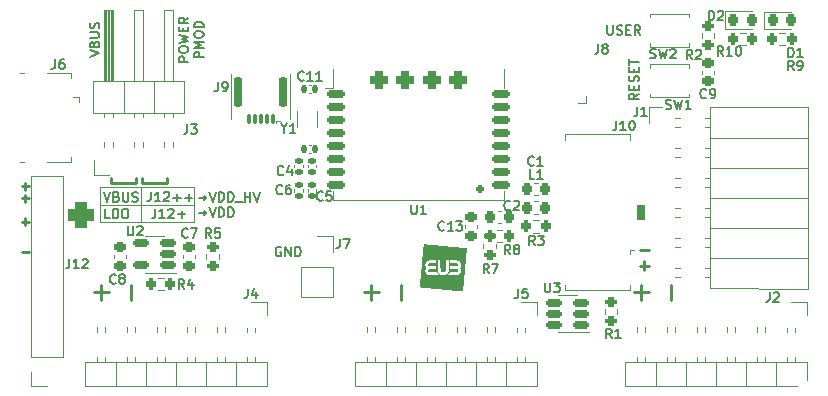
<source format=gbr>
%TF.GenerationSoftware,KiCad,Pcbnew,7.0.5.1-1-g8f565ef7f0-dirty-deb11*%
%TF.CreationDate,2023-06-14T12:44:05+00:00*%
%TF.ProjectId,kite-nrf52840,6b697465-2d6e-4726-9635-323834302e6b,rev?*%
%TF.SameCoordinates,Original*%
%TF.FileFunction,Legend,Top*%
%TF.FilePolarity,Positive*%
%FSLAX46Y46*%
G04 Gerber Fmt 4.6, Leading zero omitted, Abs format (unit mm)*
G04 Created by KiCad (PCBNEW 7.0.5.1-1-g8f565ef7f0-dirty-deb11) date 2023-06-14 12:44:05*
%MOMM*%
%LPD*%
G01*
G04 APERTURE LIST*
G04 Aperture macros list*
%AMRoundRect*
0 Rectangle with rounded corners*
0 $1 Rounding radius*
0 $2 $3 $4 $5 $6 $7 $8 $9 X,Y pos of 4 corners*
0 Add a 4 corners polygon primitive as box body*
4,1,4,$2,$3,$4,$5,$6,$7,$8,$9,$2,$3,0*
0 Add four circle primitives for the rounded corners*
1,1,$1+$1,$2,$3*
1,1,$1+$1,$4,$5*
1,1,$1+$1,$6,$7*
1,1,$1+$1,$8,$9*
0 Add four rect primitives between the rounded corners*
20,1,$1+$1,$2,$3,$4,$5,0*
20,1,$1+$1,$4,$5,$6,$7,0*
20,1,$1+$1,$6,$7,$8,$9,0*
20,1,$1+$1,$8,$9,$2,$3,0*%
G04 Aperture macros list end*
%ADD10C,0.240000*%
%ADD11C,0.250000*%
%ADD12C,0.120000*%
%ADD13C,0.150000*%
%ADD14RoundRect,0.225000X-0.225000X-0.250000X0.225000X-0.250000X0.225000X0.250000X-0.225000X0.250000X0*%
%ADD15R,0.900000X1.700000*%
%ADD16RoundRect,0.140000X0.170000X-0.140000X0.170000X0.140000X-0.170000X0.140000X-0.170000X-0.140000X0*%
%ADD17R,1.350000X0.400000*%
%ADD18O,1.550000X0.890000*%
%ADD19R,1.550000X1.200000*%
%ADD20O,0.950000X1.250000*%
%ADD21R,1.550000X1.500000*%
%ADD22RoundRect,0.087500X0.087500X0.312500X-0.087500X0.312500X-0.087500X-0.312500X0.087500X-0.312500X0*%
%ADD23RoundRect,0.150000X0.150000X1.150000X-0.150000X1.150000X-0.150000X-1.150000X0.150000X-1.150000X0*%
%ADD24RoundRect,0.225000X0.250000X-0.225000X0.250000X0.225000X-0.250000X0.225000X-0.250000X-0.225000X0*%
%ADD25RoundRect,0.150000X0.512500X0.150000X-0.512500X0.150000X-0.512500X-0.150000X0.512500X-0.150000X0*%
%ADD26RoundRect,0.140000X0.140000X0.170000X-0.140000X0.170000X-0.140000X-0.170000X0.140000X-0.170000X0*%
%ADD27R,1.700000X1.700000*%
%ADD28O,1.700000X1.700000*%
%ADD29C,2.374900*%
%ADD30C,0.990600*%
%ADD31C,0.787400*%
%ADD32RoundRect,0.218750X-0.218750X-0.256250X0.218750X-0.256250X0.218750X0.256250X-0.218750X0.256250X0*%
%ADD33RoundRect,0.225000X-0.250000X0.225000X-0.250000X-0.225000X0.250000X-0.225000X0.250000X0.225000X0*%
%ADD34RoundRect,0.200000X-0.200000X-0.275000X0.200000X-0.275000X0.200000X0.275000X-0.200000X0.275000X0*%
%ADD35RoundRect,0.175000X-0.575000X-0.175000X0.575000X-0.175000X0.575000X0.175000X-0.575000X0.175000X0*%
%ADD36C,0.600000*%
%ADD37RoundRect,0.375000X-0.375000X-0.375000X0.375000X-0.375000X0.375000X0.375000X-0.375000X0.375000X0*%
%ADD38RoundRect,0.150000X-0.150000X-0.150000X0.150000X-0.150000X0.150000X0.150000X-0.150000X0.150000X0*%
%ADD39RoundRect,0.200000X0.275000X-0.200000X0.275000X0.200000X-0.275000X0.200000X-0.275000X-0.200000X0*%
%ADD40RoundRect,0.200000X-0.275000X0.200000X-0.275000X-0.200000X0.275000X-0.200000X0.275000X0.200000X0*%
%ADD41R,1.800000X1.000000*%
%ADD42R,2.400000X0.740000*%
%ADD43RoundRect,0.200000X0.200000X0.275000X-0.200000X0.275000X-0.200000X-0.275000X0.200000X-0.275000X0*%
%ADD44C,3.800000*%
%ADD45C,2.200000*%
%ADD46RoundRect,0.550000X0.550000X0.550000X-0.550000X0.550000X-0.550000X-0.550000X0.550000X-0.550000X0*%
%ADD47C,1.800000*%
G04 APERTURE END LIST*
D10*
X84500000Y-74700000D02*
X84500000Y-74300000D01*
D11*
X72500000Y-77700000D02*
X72500000Y-78300000D01*
D12*
X78800000Y-75100000D02*
X86830000Y-75100000D01*
X86830000Y-78000000D02*
X86830000Y-75100000D01*
D10*
X82400000Y-74300000D02*
X82400000Y-74700000D01*
D11*
X72500000Y-75700000D02*
X72500000Y-76300000D01*
X72800000Y-76000000D02*
X72200000Y-76000000D01*
D12*
X78800000Y-78000000D02*
X86830000Y-78000000D01*
D10*
X81900000Y-74700000D02*
X81900000Y-74300000D01*
X79800000Y-74300000D02*
X79800000Y-74700000D01*
D11*
X72800000Y-75000000D02*
X72200000Y-75000000D01*
X72800000Y-78000000D02*
X72200000Y-78000000D01*
X72200000Y-80600000D02*
X72800000Y-80600000D01*
D12*
X78800000Y-78000000D02*
X78800000Y-75100000D01*
X82300000Y-78000000D02*
X82300000Y-75100000D01*
X78800000Y-76600000D02*
X86830000Y-76600000D01*
D11*
X72500000Y-74700000D02*
X72500000Y-75300000D01*
D10*
X79800000Y-74700000D02*
X81900000Y-74700000D01*
D12*
X124300000Y-76600000D02*
X124900000Y-76600000D01*
X124900000Y-77800000D01*
X124300000Y-77800000D01*
X124300000Y-76600000D01*
G36*
X124300000Y-76600000D02*
G01*
X124900000Y-76600000D01*
X124900000Y-77800000D01*
X124300000Y-77800000D01*
X124300000Y-76600000D01*
G37*
D10*
X82400000Y-74700000D02*
X84500000Y-74700000D01*
D13*
X124462295Y-67153696D02*
X124081342Y-67420363D01*
X124462295Y-67610839D02*
X123662295Y-67610839D01*
X123662295Y-67610839D02*
X123662295Y-67306077D01*
X123662295Y-67306077D02*
X123700390Y-67229887D01*
X123700390Y-67229887D02*
X123738485Y-67191792D01*
X123738485Y-67191792D02*
X123814676Y-67153696D01*
X123814676Y-67153696D02*
X123928961Y-67153696D01*
X123928961Y-67153696D02*
X124005152Y-67191792D01*
X124005152Y-67191792D02*
X124043247Y-67229887D01*
X124043247Y-67229887D02*
X124081342Y-67306077D01*
X124081342Y-67306077D02*
X124081342Y-67610839D01*
X124043247Y-66810839D02*
X124043247Y-66544173D01*
X124462295Y-66429887D02*
X124462295Y-66810839D01*
X124462295Y-66810839D02*
X123662295Y-66810839D01*
X123662295Y-66810839D02*
X123662295Y-66429887D01*
X124424200Y-66125125D02*
X124462295Y-66010839D01*
X124462295Y-66010839D02*
X124462295Y-65820363D01*
X124462295Y-65820363D02*
X124424200Y-65744172D01*
X124424200Y-65744172D02*
X124386104Y-65706077D01*
X124386104Y-65706077D02*
X124309914Y-65667982D01*
X124309914Y-65667982D02*
X124233723Y-65667982D01*
X124233723Y-65667982D02*
X124157533Y-65706077D01*
X124157533Y-65706077D02*
X124119438Y-65744172D01*
X124119438Y-65744172D02*
X124081342Y-65820363D01*
X124081342Y-65820363D02*
X124043247Y-65972744D01*
X124043247Y-65972744D02*
X124005152Y-66048934D01*
X124005152Y-66048934D02*
X123967057Y-66087029D01*
X123967057Y-66087029D02*
X123890866Y-66125125D01*
X123890866Y-66125125D02*
X123814676Y-66125125D01*
X123814676Y-66125125D02*
X123738485Y-66087029D01*
X123738485Y-66087029D02*
X123700390Y-66048934D01*
X123700390Y-66048934D02*
X123662295Y-65972744D01*
X123662295Y-65972744D02*
X123662295Y-65782267D01*
X123662295Y-65782267D02*
X123700390Y-65667982D01*
X124043247Y-65325124D02*
X124043247Y-65058458D01*
X124462295Y-64944172D02*
X124462295Y-65325124D01*
X124462295Y-65325124D02*
X123662295Y-65325124D01*
X123662295Y-65325124D02*
X123662295Y-64944172D01*
X123662295Y-64715600D02*
X123662295Y-64258457D01*
X124462295Y-64487029D02*
X123662295Y-64487029D01*
X87219160Y-75989533D02*
X87828684Y-75989533D01*
X87676303Y-76141914D02*
X87828684Y-75989533D01*
X87828684Y-75989533D02*
X87676303Y-75837152D01*
X88095350Y-75494295D02*
X88362017Y-76294295D01*
X88362017Y-76294295D02*
X88628683Y-75494295D01*
X88895350Y-76294295D02*
X88895350Y-75494295D01*
X88895350Y-75494295D02*
X89085826Y-75494295D01*
X89085826Y-75494295D02*
X89200112Y-75532390D01*
X89200112Y-75532390D02*
X89276302Y-75608580D01*
X89276302Y-75608580D02*
X89314397Y-75684771D01*
X89314397Y-75684771D02*
X89352493Y-75837152D01*
X89352493Y-75837152D02*
X89352493Y-75951438D01*
X89352493Y-75951438D02*
X89314397Y-76103819D01*
X89314397Y-76103819D02*
X89276302Y-76180009D01*
X89276302Y-76180009D02*
X89200112Y-76256200D01*
X89200112Y-76256200D02*
X89085826Y-76294295D01*
X89085826Y-76294295D02*
X88895350Y-76294295D01*
X89695350Y-76294295D02*
X89695350Y-75494295D01*
X89695350Y-75494295D02*
X89885826Y-75494295D01*
X89885826Y-75494295D02*
X90000112Y-75532390D01*
X90000112Y-75532390D02*
X90076302Y-75608580D01*
X90076302Y-75608580D02*
X90114397Y-75684771D01*
X90114397Y-75684771D02*
X90152493Y-75837152D01*
X90152493Y-75837152D02*
X90152493Y-75951438D01*
X90152493Y-75951438D02*
X90114397Y-76103819D01*
X90114397Y-76103819D02*
X90076302Y-76180009D01*
X90076302Y-76180009D02*
X90000112Y-76256200D01*
X90000112Y-76256200D02*
X89885826Y-76294295D01*
X89885826Y-76294295D02*
X89695350Y-76294295D01*
X90304874Y-76370485D02*
X90914397Y-76370485D01*
X91104874Y-76294295D02*
X91104874Y-75494295D01*
X91104874Y-75875247D02*
X91562017Y-75875247D01*
X91562017Y-76294295D02*
X91562017Y-75494295D01*
X91828683Y-75494295D02*
X92095350Y-76294295D01*
X92095350Y-76294295D02*
X92362016Y-75494295D01*
X83137731Y-75484295D02*
X83137731Y-76055723D01*
X83137731Y-76055723D02*
X83099636Y-76170009D01*
X83099636Y-76170009D02*
X83023445Y-76246200D01*
X83023445Y-76246200D02*
X82909160Y-76284295D01*
X82909160Y-76284295D02*
X82832969Y-76284295D01*
X83937731Y-76284295D02*
X83480588Y-76284295D01*
X83709160Y-76284295D02*
X83709160Y-75484295D01*
X83709160Y-75484295D02*
X83632969Y-75598580D01*
X83632969Y-75598580D02*
X83556779Y-75674771D01*
X83556779Y-75674771D02*
X83480588Y-75712866D01*
X84242493Y-75560485D02*
X84280589Y-75522390D01*
X84280589Y-75522390D02*
X84356779Y-75484295D01*
X84356779Y-75484295D02*
X84547255Y-75484295D01*
X84547255Y-75484295D02*
X84623446Y-75522390D01*
X84623446Y-75522390D02*
X84661541Y-75560485D01*
X84661541Y-75560485D02*
X84699636Y-75636676D01*
X84699636Y-75636676D02*
X84699636Y-75712866D01*
X84699636Y-75712866D02*
X84661541Y-75827152D01*
X84661541Y-75827152D02*
X84204398Y-76284295D01*
X84204398Y-76284295D02*
X84699636Y-76284295D01*
X85042494Y-75979533D02*
X85652018Y-75979533D01*
X85347256Y-76284295D02*
X85347256Y-75674771D01*
X86032970Y-75979533D02*
X86642494Y-75979533D01*
X86337732Y-76284295D02*
X86337732Y-75674771D01*
X79174874Y-75494295D02*
X79441541Y-76294295D01*
X79441541Y-76294295D02*
X79708207Y-75494295D01*
X80241540Y-75875247D02*
X80355826Y-75913342D01*
X80355826Y-75913342D02*
X80393921Y-75951438D01*
X80393921Y-75951438D02*
X80432017Y-76027628D01*
X80432017Y-76027628D02*
X80432017Y-76141914D01*
X80432017Y-76141914D02*
X80393921Y-76218104D01*
X80393921Y-76218104D02*
X80355826Y-76256200D01*
X80355826Y-76256200D02*
X80279636Y-76294295D01*
X80279636Y-76294295D02*
X79974874Y-76294295D01*
X79974874Y-76294295D02*
X79974874Y-75494295D01*
X79974874Y-75494295D02*
X80241540Y-75494295D01*
X80241540Y-75494295D02*
X80317731Y-75532390D01*
X80317731Y-75532390D02*
X80355826Y-75570485D01*
X80355826Y-75570485D02*
X80393921Y-75646676D01*
X80393921Y-75646676D02*
X80393921Y-75722866D01*
X80393921Y-75722866D02*
X80355826Y-75799057D01*
X80355826Y-75799057D02*
X80317731Y-75837152D01*
X80317731Y-75837152D02*
X80241540Y-75875247D01*
X80241540Y-75875247D02*
X79974874Y-75875247D01*
X80774874Y-75494295D02*
X80774874Y-76141914D01*
X80774874Y-76141914D02*
X80812969Y-76218104D01*
X80812969Y-76218104D02*
X80851064Y-76256200D01*
X80851064Y-76256200D02*
X80927255Y-76294295D01*
X80927255Y-76294295D02*
X81079636Y-76294295D01*
X81079636Y-76294295D02*
X81155826Y-76256200D01*
X81155826Y-76256200D02*
X81193921Y-76218104D01*
X81193921Y-76218104D02*
X81232017Y-76141914D01*
X81232017Y-76141914D02*
X81232017Y-75494295D01*
X81574873Y-76256200D02*
X81689159Y-76294295D01*
X81689159Y-76294295D02*
X81879635Y-76294295D01*
X81879635Y-76294295D02*
X81955826Y-76256200D01*
X81955826Y-76256200D02*
X81993921Y-76218104D01*
X81993921Y-76218104D02*
X82032016Y-76141914D01*
X82032016Y-76141914D02*
X82032016Y-76065723D01*
X82032016Y-76065723D02*
X81993921Y-75989533D01*
X81993921Y-75989533D02*
X81955826Y-75951438D01*
X81955826Y-75951438D02*
X81879635Y-75913342D01*
X81879635Y-75913342D02*
X81727254Y-75875247D01*
X81727254Y-75875247D02*
X81651064Y-75837152D01*
X81651064Y-75837152D02*
X81612969Y-75799057D01*
X81612969Y-75799057D02*
X81574873Y-75722866D01*
X81574873Y-75722866D02*
X81574873Y-75646676D01*
X81574873Y-75646676D02*
X81612969Y-75570485D01*
X81612969Y-75570485D02*
X81651064Y-75532390D01*
X81651064Y-75532390D02*
X81727254Y-75494295D01*
X81727254Y-75494295D02*
X81917731Y-75494295D01*
X81917731Y-75494295D02*
X82032016Y-75532390D01*
X121789160Y-61362295D02*
X121789160Y-62009914D01*
X121789160Y-62009914D02*
X121827255Y-62086104D01*
X121827255Y-62086104D02*
X121865350Y-62124200D01*
X121865350Y-62124200D02*
X121941541Y-62162295D01*
X121941541Y-62162295D02*
X122093922Y-62162295D01*
X122093922Y-62162295D02*
X122170112Y-62124200D01*
X122170112Y-62124200D02*
X122208207Y-62086104D01*
X122208207Y-62086104D02*
X122246303Y-62009914D01*
X122246303Y-62009914D02*
X122246303Y-61362295D01*
X122589159Y-62124200D02*
X122703445Y-62162295D01*
X122703445Y-62162295D02*
X122893921Y-62162295D01*
X122893921Y-62162295D02*
X122970112Y-62124200D01*
X122970112Y-62124200D02*
X123008207Y-62086104D01*
X123008207Y-62086104D02*
X123046302Y-62009914D01*
X123046302Y-62009914D02*
X123046302Y-61933723D01*
X123046302Y-61933723D02*
X123008207Y-61857533D01*
X123008207Y-61857533D02*
X122970112Y-61819438D01*
X122970112Y-61819438D02*
X122893921Y-61781342D01*
X122893921Y-61781342D02*
X122741540Y-61743247D01*
X122741540Y-61743247D02*
X122665350Y-61705152D01*
X122665350Y-61705152D02*
X122627255Y-61667057D01*
X122627255Y-61667057D02*
X122589159Y-61590866D01*
X122589159Y-61590866D02*
X122589159Y-61514676D01*
X122589159Y-61514676D02*
X122627255Y-61438485D01*
X122627255Y-61438485D02*
X122665350Y-61400390D01*
X122665350Y-61400390D02*
X122741540Y-61362295D01*
X122741540Y-61362295D02*
X122932017Y-61362295D01*
X122932017Y-61362295D02*
X123046302Y-61400390D01*
X123389160Y-61743247D02*
X123655826Y-61743247D01*
X123770112Y-62162295D02*
X123389160Y-62162295D01*
X123389160Y-62162295D02*
X123389160Y-61362295D01*
X123389160Y-61362295D02*
X123770112Y-61362295D01*
X124570113Y-62162295D02*
X124303446Y-61781342D01*
X124112970Y-62162295D02*
X124112970Y-61362295D01*
X124112970Y-61362295D02*
X124417732Y-61362295D01*
X124417732Y-61362295D02*
X124493922Y-61400390D01*
X124493922Y-61400390D02*
X124532017Y-61438485D01*
X124532017Y-61438485D02*
X124570113Y-61514676D01*
X124570113Y-61514676D02*
X124570113Y-61628961D01*
X124570113Y-61628961D02*
X124532017Y-61705152D01*
X124532017Y-61705152D02*
X124493922Y-61743247D01*
X124493922Y-61743247D02*
X124417732Y-61781342D01*
X124417732Y-61781342D02*
X124112970Y-61781342D01*
X83527731Y-76894295D02*
X83527731Y-77465723D01*
X83527731Y-77465723D02*
X83489636Y-77580009D01*
X83489636Y-77580009D02*
X83413445Y-77656200D01*
X83413445Y-77656200D02*
X83299160Y-77694295D01*
X83299160Y-77694295D02*
X83222969Y-77694295D01*
X84327731Y-77694295D02*
X83870588Y-77694295D01*
X84099160Y-77694295D02*
X84099160Y-76894295D01*
X84099160Y-76894295D02*
X84022969Y-77008580D01*
X84022969Y-77008580D02*
X83946779Y-77084771D01*
X83946779Y-77084771D02*
X83870588Y-77122866D01*
X84632493Y-76970485D02*
X84670589Y-76932390D01*
X84670589Y-76932390D02*
X84746779Y-76894295D01*
X84746779Y-76894295D02*
X84937255Y-76894295D01*
X84937255Y-76894295D02*
X85013446Y-76932390D01*
X85013446Y-76932390D02*
X85051541Y-76970485D01*
X85051541Y-76970485D02*
X85089636Y-77046676D01*
X85089636Y-77046676D02*
X85089636Y-77122866D01*
X85089636Y-77122866D02*
X85051541Y-77237152D01*
X85051541Y-77237152D02*
X84594398Y-77694295D01*
X84594398Y-77694295D02*
X85089636Y-77694295D01*
X85432494Y-77389533D02*
X86042018Y-77389533D01*
X85737256Y-77694295D02*
X85737256Y-77084771D01*
X87219160Y-77289533D02*
X87828684Y-77289533D01*
X87676303Y-77441914D02*
X87828684Y-77289533D01*
X87828684Y-77289533D02*
X87676303Y-77137152D01*
X88095350Y-76794295D02*
X88362017Y-77594295D01*
X88362017Y-77594295D02*
X88628683Y-76794295D01*
X88895350Y-77594295D02*
X88895350Y-76794295D01*
X88895350Y-76794295D02*
X89085826Y-76794295D01*
X89085826Y-76794295D02*
X89200112Y-76832390D01*
X89200112Y-76832390D02*
X89276302Y-76908580D01*
X89276302Y-76908580D02*
X89314397Y-76984771D01*
X89314397Y-76984771D02*
X89352493Y-77137152D01*
X89352493Y-77137152D02*
X89352493Y-77251438D01*
X89352493Y-77251438D02*
X89314397Y-77403819D01*
X89314397Y-77403819D02*
X89276302Y-77480009D01*
X89276302Y-77480009D02*
X89200112Y-77556200D01*
X89200112Y-77556200D02*
X89085826Y-77594295D01*
X89085826Y-77594295D02*
X88895350Y-77594295D01*
X89695350Y-77594295D02*
X89695350Y-76794295D01*
X89695350Y-76794295D02*
X89885826Y-76794295D01*
X89885826Y-76794295D02*
X90000112Y-76832390D01*
X90000112Y-76832390D02*
X90076302Y-76908580D01*
X90076302Y-76908580D02*
X90114397Y-76984771D01*
X90114397Y-76984771D02*
X90152493Y-77137152D01*
X90152493Y-77137152D02*
X90152493Y-77251438D01*
X90152493Y-77251438D02*
X90114397Y-77403819D01*
X90114397Y-77403819D02*
X90076302Y-77480009D01*
X90076302Y-77480009D02*
X90000112Y-77556200D01*
X90000112Y-77556200D02*
X89885826Y-77594295D01*
X89885826Y-77594295D02*
X89695350Y-77594295D01*
X94158207Y-80172390D02*
X94082017Y-80134295D01*
X94082017Y-80134295D02*
X93967731Y-80134295D01*
X93967731Y-80134295D02*
X93853445Y-80172390D01*
X93853445Y-80172390D02*
X93777255Y-80248580D01*
X93777255Y-80248580D02*
X93739160Y-80324771D01*
X93739160Y-80324771D02*
X93701064Y-80477152D01*
X93701064Y-80477152D02*
X93701064Y-80591438D01*
X93701064Y-80591438D02*
X93739160Y-80743819D01*
X93739160Y-80743819D02*
X93777255Y-80820009D01*
X93777255Y-80820009D02*
X93853445Y-80896200D01*
X93853445Y-80896200D02*
X93967731Y-80934295D01*
X93967731Y-80934295D02*
X94043922Y-80934295D01*
X94043922Y-80934295D02*
X94158207Y-80896200D01*
X94158207Y-80896200D02*
X94196303Y-80858104D01*
X94196303Y-80858104D02*
X94196303Y-80591438D01*
X94196303Y-80591438D02*
X94043922Y-80591438D01*
X94539160Y-80934295D02*
X94539160Y-80134295D01*
X94539160Y-80134295D02*
X94996303Y-80934295D01*
X94996303Y-80934295D02*
X94996303Y-80134295D01*
X95377255Y-80934295D02*
X95377255Y-80134295D01*
X95377255Y-80134295D02*
X95567731Y-80134295D01*
X95567731Y-80134295D02*
X95682017Y-80172390D01*
X95682017Y-80172390D02*
X95758207Y-80248580D01*
X95758207Y-80248580D02*
X95796302Y-80324771D01*
X95796302Y-80324771D02*
X95834398Y-80477152D01*
X95834398Y-80477152D02*
X95834398Y-80591438D01*
X95834398Y-80591438D02*
X95796302Y-80743819D01*
X95796302Y-80743819D02*
X95758207Y-80820009D01*
X95758207Y-80820009D02*
X95682017Y-80896200D01*
X95682017Y-80896200D02*
X95567731Y-80934295D01*
X95567731Y-80934295D02*
X95377255Y-80934295D01*
X79670112Y-77694295D02*
X79289160Y-77694295D01*
X79289160Y-77694295D02*
X79289160Y-76894295D01*
X79936779Y-77694295D02*
X79936779Y-76894295D01*
X79936779Y-76894295D02*
X80127255Y-76894295D01*
X80127255Y-76894295D02*
X80241541Y-76932390D01*
X80241541Y-76932390D02*
X80317731Y-77008580D01*
X80317731Y-77008580D02*
X80355826Y-77084771D01*
X80355826Y-77084771D02*
X80393922Y-77237152D01*
X80393922Y-77237152D02*
X80393922Y-77351438D01*
X80393922Y-77351438D02*
X80355826Y-77503819D01*
X80355826Y-77503819D02*
X80317731Y-77580009D01*
X80317731Y-77580009D02*
X80241541Y-77656200D01*
X80241541Y-77656200D02*
X80127255Y-77694295D01*
X80127255Y-77694295D02*
X79936779Y-77694295D01*
X80889160Y-76894295D02*
X81041541Y-76894295D01*
X81041541Y-76894295D02*
X81117731Y-76932390D01*
X81117731Y-76932390D02*
X81193922Y-77008580D01*
X81193922Y-77008580D02*
X81232017Y-77160961D01*
X81232017Y-77160961D02*
X81232017Y-77427628D01*
X81232017Y-77427628D02*
X81193922Y-77580009D01*
X81193922Y-77580009D02*
X81117731Y-77656200D01*
X81117731Y-77656200D02*
X81041541Y-77694295D01*
X81041541Y-77694295D02*
X80889160Y-77694295D01*
X80889160Y-77694295D02*
X80812969Y-77656200D01*
X80812969Y-77656200D02*
X80736779Y-77580009D01*
X80736779Y-77580009D02*
X80698683Y-77427628D01*
X80698683Y-77427628D02*
X80698683Y-77160961D01*
X80698683Y-77160961D02*
X80736779Y-77008580D01*
X80736779Y-77008580D02*
X80812969Y-76932390D01*
X80812969Y-76932390D02*
X80889160Y-76894295D01*
X77962295Y-64016666D02*
X78762295Y-63749999D01*
X78762295Y-63749999D02*
X77962295Y-63483333D01*
X78343247Y-62950000D02*
X78381342Y-62835714D01*
X78381342Y-62835714D02*
X78419438Y-62797619D01*
X78419438Y-62797619D02*
X78495628Y-62759523D01*
X78495628Y-62759523D02*
X78609914Y-62759523D01*
X78609914Y-62759523D02*
X78686104Y-62797619D01*
X78686104Y-62797619D02*
X78724200Y-62835714D01*
X78724200Y-62835714D02*
X78762295Y-62911904D01*
X78762295Y-62911904D02*
X78762295Y-63216666D01*
X78762295Y-63216666D02*
X77962295Y-63216666D01*
X77962295Y-63216666D02*
X77962295Y-62950000D01*
X77962295Y-62950000D02*
X78000390Y-62873809D01*
X78000390Y-62873809D02*
X78038485Y-62835714D01*
X78038485Y-62835714D02*
X78114676Y-62797619D01*
X78114676Y-62797619D02*
X78190866Y-62797619D01*
X78190866Y-62797619D02*
X78267057Y-62835714D01*
X78267057Y-62835714D02*
X78305152Y-62873809D01*
X78305152Y-62873809D02*
X78343247Y-62950000D01*
X78343247Y-62950000D02*
X78343247Y-63216666D01*
X77962295Y-62416666D02*
X78609914Y-62416666D01*
X78609914Y-62416666D02*
X78686104Y-62378571D01*
X78686104Y-62378571D02*
X78724200Y-62340476D01*
X78724200Y-62340476D02*
X78762295Y-62264285D01*
X78762295Y-62264285D02*
X78762295Y-62111904D01*
X78762295Y-62111904D02*
X78724200Y-62035714D01*
X78724200Y-62035714D02*
X78686104Y-61997619D01*
X78686104Y-61997619D02*
X78609914Y-61959523D01*
X78609914Y-61959523D02*
X77962295Y-61959523D01*
X78724200Y-61616667D02*
X78762295Y-61502381D01*
X78762295Y-61502381D02*
X78762295Y-61311905D01*
X78762295Y-61311905D02*
X78724200Y-61235714D01*
X78724200Y-61235714D02*
X78686104Y-61197619D01*
X78686104Y-61197619D02*
X78609914Y-61159524D01*
X78609914Y-61159524D02*
X78533723Y-61159524D01*
X78533723Y-61159524D02*
X78457533Y-61197619D01*
X78457533Y-61197619D02*
X78419438Y-61235714D01*
X78419438Y-61235714D02*
X78381342Y-61311905D01*
X78381342Y-61311905D02*
X78343247Y-61464286D01*
X78343247Y-61464286D02*
X78305152Y-61540476D01*
X78305152Y-61540476D02*
X78267057Y-61578571D01*
X78267057Y-61578571D02*
X78190866Y-61616667D01*
X78190866Y-61616667D02*
X78114676Y-61616667D01*
X78114676Y-61616667D02*
X78038485Y-61578571D01*
X78038485Y-61578571D02*
X78000390Y-61540476D01*
X78000390Y-61540476D02*
X77962295Y-61464286D01*
X77962295Y-61464286D02*
X77962295Y-61273809D01*
X77962295Y-61273809D02*
X78000390Y-61159524D01*
X86318295Y-64447618D02*
X85518295Y-64447618D01*
X85518295Y-64447618D02*
X85518295Y-64142856D01*
X85518295Y-64142856D02*
X85556390Y-64066666D01*
X85556390Y-64066666D02*
X85594485Y-64028571D01*
X85594485Y-64028571D02*
X85670676Y-63990475D01*
X85670676Y-63990475D02*
X85784961Y-63990475D01*
X85784961Y-63990475D02*
X85861152Y-64028571D01*
X85861152Y-64028571D02*
X85899247Y-64066666D01*
X85899247Y-64066666D02*
X85937342Y-64142856D01*
X85937342Y-64142856D02*
X85937342Y-64447618D01*
X85518295Y-63495237D02*
X85518295Y-63342856D01*
X85518295Y-63342856D02*
X85556390Y-63266666D01*
X85556390Y-63266666D02*
X85632580Y-63190475D01*
X85632580Y-63190475D02*
X85784961Y-63152380D01*
X85784961Y-63152380D02*
X86051628Y-63152380D01*
X86051628Y-63152380D02*
X86204009Y-63190475D01*
X86204009Y-63190475D02*
X86280200Y-63266666D01*
X86280200Y-63266666D02*
X86318295Y-63342856D01*
X86318295Y-63342856D02*
X86318295Y-63495237D01*
X86318295Y-63495237D02*
X86280200Y-63571428D01*
X86280200Y-63571428D02*
X86204009Y-63647618D01*
X86204009Y-63647618D02*
X86051628Y-63685714D01*
X86051628Y-63685714D02*
X85784961Y-63685714D01*
X85784961Y-63685714D02*
X85632580Y-63647618D01*
X85632580Y-63647618D02*
X85556390Y-63571428D01*
X85556390Y-63571428D02*
X85518295Y-63495237D01*
X85518295Y-62885714D02*
X86318295Y-62695238D01*
X86318295Y-62695238D02*
X85746866Y-62542857D01*
X85746866Y-62542857D02*
X86318295Y-62390476D01*
X86318295Y-62390476D02*
X85518295Y-62200000D01*
X85899247Y-61895237D02*
X85899247Y-61628571D01*
X86318295Y-61514285D02*
X86318295Y-61895237D01*
X86318295Y-61895237D02*
X85518295Y-61895237D01*
X85518295Y-61895237D02*
X85518295Y-61514285D01*
X86318295Y-60714284D02*
X85937342Y-60980951D01*
X86318295Y-61171427D02*
X85518295Y-61171427D01*
X85518295Y-61171427D02*
X85518295Y-60866665D01*
X85518295Y-60866665D02*
X85556390Y-60790475D01*
X85556390Y-60790475D02*
X85594485Y-60752380D01*
X85594485Y-60752380D02*
X85670676Y-60714284D01*
X85670676Y-60714284D02*
X85784961Y-60714284D01*
X85784961Y-60714284D02*
X85861152Y-60752380D01*
X85861152Y-60752380D02*
X85899247Y-60790475D01*
X85899247Y-60790475D02*
X85937342Y-60866665D01*
X85937342Y-60866665D02*
X85937342Y-61171427D01*
X87606295Y-64085713D02*
X86806295Y-64085713D01*
X86806295Y-64085713D02*
X86806295Y-63780951D01*
X86806295Y-63780951D02*
X86844390Y-63704761D01*
X86844390Y-63704761D02*
X86882485Y-63666666D01*
X86882485Y-63666666D02*
X86958676Y-63628570D01*
X86958676Y-63628570D02*
X87072961Y-63628570D01*
X87072961Y-63628570D02*
X87149152Y-63666666D01*
X87149152Y-63666666D02*
X87187247Y-63704761D01*
X87187247Y-63704761D02*
X87225342Y-63780951D01*
X87225342Y-63780951D02*
X87225342Y-64085713D01*
X87606295Y-63285713D02*
X86806295Y-63285713D01*
X86806295Y-63285713D02*
X87377723Y-63019047D01*
X87377723Y-63019047D02*
X86806295Y-62752380D01*
X86806295Y-62752380D02*
X87606295Y-62752380D01*
X86806295Y-62219046D02*
X86806295Y-62066665D01*
X86806295Y-62066665D02*
X86844390Y-61990475D01*
X86844390Y-61990475D02*
X86920580Y-61914284D01*
X86920580Y-61914284D02*
X87072961Y-61876189D01*
X87072961Y-61876189D02*
X87339628Y-61876189D01*
X87339628Y-61876189D02*
X87492009Y-61914284D01*
X87492009Y-61914284D02*
X87568200Y-61990475D01*
X87568200Y-61990475D02*
X87606295Y-62066665D01*
X87606295Y-62066665D02*
X87606295Y-62219046D01*
X87606295Y-62219046D02*
X87568200Y-62295237D01*
X87568200Y-62295237D02*
X87492009Y-62371427D01*
X87492009Y-62371427D02*
X87339628Y-62409523D01*
X87339628Y-62409523D02*
X87072961Y-62409523D01*
X87072961Y-62409523D02*
X86920580Y-62371427D01*
X86920580Y-62371427D02*
X86844390Y-62295237D01*
X86844390Y-62295237D02*
X86806295Y-62219046D01*
X87606295Y-61533332D02*
X86806295Y-61533332D01*
X86806295Y-61533332D02*
X86806295Y-61342856D01*
X86806295Y-61342856D02*
X86844390Y-61228570D01*
X86844390Y-61228570D02*
X86920580Y-61152380D01*
X86920580Y-61152380D02*
X86996771Y-61114285D01*
X86996771Y-61114285D02*
X87149152Y-61076189D01*
X87149152Y-61076189D02*
X87263438Y-61076189D01*
X87263438Y-61076189D02*
X87415819Y-61114285D01*
X87415819Y-61114285D02*
X87492009Y-61152380D01*
X87492009Y-61152380D02*
X87568200Y-61228570D01*
X87568200Y-61228570D02*
X87606295Y-61342856D01*
X87606295Y-61342856D02*
X87606295Y-61533332D01*
%TO.C,C1*%
X115566667Y-73186104D02*
X115528571Y-73224200D01*
X115528571Y-73224200D02*
X115414286Y-73262295D01*
X115414286Y-73262295D02*
X115338095Y-73262295D01*
X115338095Y-73262295D02*
X115223809Y-73224200D01*
X115223809Y-73224200D02*
X115147619Y-73148009D01*
X115147619Y-73148009D02*
X115109524Y-73071819D01*
X115109524Y-73071819D02*
X115071428Y-72919438D01*
X115071428Y-72919438D02*
X115071428Y-72805152D01*
X115071428Y-72805152D02*
X115109524Y-72652771D01*
X115109524Y-72652771D02*
X115147619Y-72576580D01*
X115147619Y-72576580D02*
X115223809Y-72500390D01*
X115223809Y-72500390D02*
X115338095Y-72462295D01*
X115338095Y-72462295D02*
X115414286Y-72462295D01*
X115414286Y-72462295D02*
X115528571Y-72500390D01*
X115528571Y-72500390D02*
X115566667Y-72538485D01*
X116328571Y-73262295D02*
X115871428Y-73262295D01*
X116100000Y-73262295D02*
X116100000Y-72462295D01*
X116100000Y-72462295D02*
X116023809Y-72576580D01*
X116023809Y-72576580D02*
X115947619Y-72652771D01*
X115947619Y-72652771D02*
X115871428Y-72690866D01*
%TO.C,SW1*%
X126733332Y-68424200D02*
X126847618Y-68462295D01*
X126847618Y-68462295D02*
X127038094Y-68462295D01*
X127038094Y-68462295D02*
X127114285Y-68424200D01*
X127114285Y-68424200D02*
X127152380Y-68386104D01*
X127152380Y-68386104D02*
X127190475Y-68309914D01*
X127190475Y-68309914D02*
X127190475Y-68233723D01*
X127190475Y-68233723D02*
X127152380Y-68157533D01*
X127152380Y-68157533D02*
X127114285Y-68119438D01*
X127114285Y-68119438D02*
X127038094Y-68081342D01*
X127038094Y-68081342D02*
X126885713Y-68043247D01*
X126885713Y-68043247D02*
X126809523Y-68005152D01*
X126809523Y-68005152D02*
X126771428Y-67967057D01*
X126771428Y-67967057D02*
X126733332Y-67890866D01*
X126733332Y-67890866D02*
X126733332Y-67814676D01*
X126733332Y-67814676D02*
X126771428Y-67738485D01*
X126771428Y-67738485D02*
X126809523Y-67700390D01*
X126809523Y-67700390D02*
X126885713Y-67662295D01*
X126885713Y-67662295D02*
X127076190Y-67662295D01*
X127076190Y-67662295D02*
X127190475Y-67700390D01*
X127457142Y-67662295D02*
X127647618Y-68462295D01*
X127647618Y-68462295D02*
X127799999Y-67890866D01*
X127799999Y-67890866D02*
X127952380Y-68462295D01*
X127952380Y-68462295D02*
X128142857Y-67662295D01*
X128866666Y-68462295D02*
X128409523Y-68462295D01*
X128638095Y-68462295D02*
X128638095Y-67662295D01*
X128638095Y-67662295D02*
X128561904Y-67776580D01*
X128561904Y-67776580D02*
X128485714Y-67852771D01*
X128485714Y-67852771D02*
X128409523Y-67890866D01*
%TO.C,C2*%
X113552188Y-76930387D02*
X113514092Y-76968483D01*
X113514092Y-76968483D02*
X113399807Y-77006578D01*
X113399807Y-77006578D02*
X113323616Y-77006578D01*
X113323616Y-77006578D02*
X113209330Y-76968483D01*
X113209330Y-76968483D02*
X113133140Y-76892292D01*
X113133140Y-76892292D02*
X113095045Y-76816102D01*
X113095045Y-76816102D02*
X113056949Y-76663721D01*
X113056949Y-76663721D02*
X113056949Y-76549435D01*
X113056949Y-76549435D02*
X113095045Y-76397054D01*
X113095045Y-76397054D02*
X113133140Y-76320863D01*
X113133140Y-76320863D02*
X113209330Y-76244673D01*
X113209330Y-76244673D02*
X113323616Y-76206578D01*
X113323616Y-76206578D02*
X113399807Y-76206578D01*
X113399807Y-76206578D02*
X113514092Y-76244673D01*
X113514092Y-76244673D02*
X113552188Y-76282768D01*
X113856949Y-76282768D02*
X113895045Y-76244673D01*
X113895045Y-76244673D02*
X113971235Y-76206578D01*
X113971235Y-76206578D02*
X114161711Y-76206578D01*
X114161711Y-76206578D02*
X114237902Y-76244673D01*
X114237902Y-76244673D02*
X114275997Y-76282768D01*
X114275997Y-76282768D02*
X114314092Y-76358959D01*
X114314092Y-76358959D02*
X114314092Y-76435149D01*
X114314092Y-76435149D02*
X114275997Y-76549435D01*
X114275997Y-76549435D02*
X113818854Y-77006578D01*
X113818854Y-77006578D02*
X114314092Y-77006578D01*
%TO.C,C5*%
X97690420Y-76156767D02*
X97652324Y-76194863D01*
X97652324Y-76194863D02*
X97538039Y-76232958D01*
X97538039Y-76232958D02*
X97461848Y-76232958D01*
X97461848Y-76232958D02*
X97347562Y-76194863D01*
X97347562Y-76194863D02*
X97271372Y-76118672D01*
X97271372Y-76118672D02*
X97233277Y-76042482D01*
X97233277Y-76042482D02*
X97195181Y-75890101D01*
X97195181Y-75890101D02*
X97195181Y-75775815D01*
X97195181Y-75775815D02*
X97233277Y-75623434D01*
X97233277Y-75623434D02*
X97271372Y-75547243D01*
X97271372Y-75547243D02*
X97347562Y-75471053D01*
X97347562Y-75471053D02*
X97461848Y-75432958D01*
X97461848Y-75432958D02*
X97538039Y-75432958D01*
X97538039Y-75432958D02*
X97652324Y-75471053D01*
X97652324Y-75471053D02*
X97690420Y-75509148D01*
X98414229Y-75432958D02*
X98033277Y-75432958D01*
X98033277Y-75432958D02*
X97995181Y-75813910D01*
X97995181Y-75813910D02*
X98033277Y-75775815D01*
X98033277Y-75775815D02*
X98109467Y-75737720D01*
X98109467Y-75737720D02*
X98299943Y-75737720D01*
X98299943Y-75737720D02*
X98376134Y-75775815D01*
X98376134Y-75775815D02*
X98414229Y-75813910D01*
X98414229Y-75813910D02*
X98452324Y-75890101D01*
X98452324Y-75890101D02*
X98452324Y-76080577D01*
X98452324Y-76080577D02*
X98414229Y-76156767D01*
X98414229Y-76156767D02*
X98376134Y-76194863D01*
X98376134Y-76194863D02*
X98299943Y-76232958D01*
X98299943Y-76232958D02*
X98109467Y-76232958D01*
X98109467Y-76232958D02*
X98033277Y-76194863D01*
X98033277Y-76194863D02*
X97995181Y-76156767D01*
%TO.C,C4*%
X94366667Y-73986104D02*
X94328571Y-74024200D01*
X94328571Y-74024200D02*
X94214286Y-74062295D01*
X94214286Y-74062295D02*
X94138095Y-74062295D01*
X94138095Y-74062295D02*
X94023809Y-74024200D01*
X94023809Y-74024200D02*
X93947619Y-73948009D01*
X93947619Y-73948009D02*
X93909524Y-73871819D01*
X93909524Y-73871819D02*
X93871428Y-73719438D01*
X93871428Y-73719438D02*
X93871428Y-73605152D01*
X93871428Y-73605152D02*
X93909524Y-73452771D01*
X93909524Y-73452771D02*
X93947619Y-73376580D01*
X93947619Y-73376580D02*
X94023809Y-73300390D01*
X94023809Y-73300390D02*
X94138095Y-73262295D01*
X94138095Y-73262295D02*
X94214286Y-73262295D01*
X94214286Y-73262295D02*
X94328571Y-73300390D01*
X94328571Y-73300390D02*
X94366667Y-73338485D01*
X95052381Y-73528961D02*
X95052381Y-74062295D01*
X94861905Y-73224200D02*
X94671428Y-73795628D01*
X94671428Y-73795628D02*
X95166667Y-73795628D01*
%TO.C,C6*%
X94266667Y-75586104D02*
X94228571Y-75624200D01*
X94228571Y-75624200D02*
X94114286Y-75662295D01*
X94114286Y-75662295D02*
X94038095Y-75662295D01*
X94038095Y-75662295D02*
X93923809Y-75624200D01*
X93923809Y-75624200D02*
X93847619Y-75548009D01*
X93847619Y-75548009D02*
X93809524Y-75471819D01*
X93809524Y-75471819D02*
X93771428Y-75319438D01*
X93771428Y-75319438D02*
X93771428Y-75205152D01*
X93771428Y-75205152D02*
X93809524Y-75052771D01*
X93809524Y-75052771D02*
X93847619Y-74976580D01*
X93847619Y-74976580D02*
X93923809Y-74900390D01*
X93923809Y-74900390D02*
X94038095Y-74862295D01*
X94038095Y-74862295D02*
X94114286Y-74862295D01*
X94114286Y-74862295D02*
X94228571Y-74900390D01*
X94228571Y-74900390D02*
X94266667Y-74938485D01*
X94952381Y-74862295D02*
X94800000Y-74862295D01*
X94800000Y-74862295D02*
X94723809Y-74900390D01*
X94723809Y-74900390D02*
X94685714Y-74938485D01*
X94685714Y-74938485D02*
X94609524Y-75052771D01*
X94609524Y-75052771D02*
X94571428Y-75205152D01*
X94571428Y-75205152D02*
X94571428Y-75509914D01*
X94571428Y-75509914D02*
X94609524Y-75586104D01*
X94609524Y-75586104D02*
X94647619Y-75624200D01*
X94647619Y-75624200D02*
X94723809Y-75662295D01*
X94723809Y-75662295D02*
X94876190Y-75662295D01*
X94876190Y-75662295D02*
X94952381Y-75624200D01*
X94952381Y-75624200D02*
X94990476Y-75586104D01*
X94990476Y-75586104D02*
X95028571Y-75509914D01*
X95028571Y-75509914D02*
X95028571Y-75319438D01*
X95028571Y-75319438D02*
X94990476Y-75243247D01*
X94990476Y-75243247D02*
X94952381Y-75205152D01*
X94952381Y-75205152D02*
X94876190Y-75167057D01*
X94876190Y-75167057D02*
X94723809Y-75167057D01*
X94723809Y-75167057D02*
X94647619Y-75205152D01*
X94647619Y-75205152D02*
X94609524Y-75243247D01*
X94609524Y-75243247D02*
X94571428Y-75319438D01*
%TO.C,J6*%
X75033333Y-64262295D02*
X75033333Y-64833723D01*
X75033333Y-64833723D02*
X74995238Y-64948009D01*
X74995238Y-64948009D02*
X74919047Y-65024200D01*
X74919047Y-65024200D02*
X74804762Y-65062295D01*
X74804762Y-65062295D02*
X74728571Y-65062295D01*
X75757143Y-64262295D02*
X75604762Y-64262295D01*
X75604762Y-64262295D02*
X75528571Y-64300390D01*
X75528571Y-64300390D02*
X75490476Y-64338485D01*
X75490476Y-64338485D02*
X75414286Y-64452771D01*
X75414286Y-64452771D02*
X75376190Y-64605152D01*
X75376190Y-64605152D02*
X75376190Y-64909914D01*
X75376190Y-64909914D02*
X75414286Y-64986104D01*
X75414286Y-64986104D02*
X75452381Y-65024200D01*
X75452381Y-65024200D02*
X75528571Y-65062295D01*
X75528571Y-65062295D02*
X75680952Y-65062295D01*
X75680952Y-65062295D02*
X75757143Y-65024200D01*
X75757143Y-65024200D02*
X75795238Y-64986104D01*
X75795238Y-64986104D02*
X75833333Y-64909914D01*
X75833333Y-64909914D02*
X75833333Y-64719438D01*
X75833333Y-64719438D02*
X75795238Y-64643247D01*
X75795238Y-64643247D02*
X75757143Y-64605152D01*
X75757143Y-64605152D02*
X75680952Y-64567057D01*
X75680952Y-64567057D02*
X75528571Y-64567057D01*
X75528571Y-64567057D02*
X75452381Y-64605152D01*
X75452381Y-64605152D02*
X75414286Y-64643247D01*
X75414286Y-64643247D02*
X75376190Y-64719438D01*
%TO.C,J9*%
X88833333Y-66162295D02*
X88833333Y-66733723D01*
X88833333Y-66733723D02*
X88795238Y-66848009D01*
X88795238Y-66848009D02*
X88719047Y-66924200D01*
X88719047Y-66924200D02*
X88604762Y-66962295D01*
X88604762Y-66962295D02*
X88528571Y-66962295D01*
X89252381Y-66962295D02*
X89404762Y-66962295D01*
X89404762Y-66962295D02*
X89480952Y-66924200D01*
X89480952Y-66924200D02*
X89519048Y-66886104D01*
X89519048Y-66886104D02*
X89595238Y-66771819D01*
X89595238Y-66771819D02*
X89633333Y-66619438D01*
X89633333Y-66619438D02*
X89633333Y-66314676D01*
X89633333Y-66314676D02*
X89595238Y-66238485D01*
X89595238Y-66238485D02*
X89557143Y-66200390D01*
X89557143Y-66200390D02*
X89480952Y-66162295D01*
X89480952Y-66162295D02*
X89328571Y-66162295D01*
X89328571Y-66162295D02*
X89252381Y-66200390D01*
X89252381Y-66200390D02*
X89214286Y-66238485D01*
X89214286Y-66238485D02*
X89176190Y-66314676D01*
X89176190Y-66314676D02*
X89176190Y-66505152D01*
X89176190Y-66505152D02*
X89214286Y-66581342D01*
X89214286Y-66581342D02*
X89252381Y-66619438D01*
X89252381Y-66619438D02*
X89328571Y-66657533D01*
X89328571Y-66657533D02*
X89480952Y-66657533D01*
X89480952Y-66657533D02*
X89557143Y-66619438D01*
X89557143Y-66619438D02*
X89595238Y-66581342D01*
X89595238Y-66581342D02*
X89633333Y-66505152D01*
%TO.C,C7*%
X86266667Y-79286104D02*
X86228571Y-79324200D01*
X86228571Y-79324200D02*
X86114286Y-79362295D01*
X86114286Y-79362295D02*
X86038095Y-79362295D01*
X86038095Y-79362295D02*
X85923809Y-79324200D01*
X85923809Y-79324200D02*
X85847619Y-79248009D01*
X85847619Y-79248009D02*
X85809524Y-79171819D01*
X85809524Y-79171819D02*
X85771428Y-79019438D01*
X85771428Y-79019438D02*
X85771428Y-78905152D01*
X85771428Y-78905152D02*
X85809524Y-78752771D01*
X85809524Y-78752771D02*
X85847619Y-78676580D01*
X85847619Y-78676580D02*
X85923809Y-78600390D01*
X85923809Y-78600390D02*
X86038095Y-78562295D01*
X86038095Y-78562295D02*
X86114286Y-78562295D01*
X86114286Y-78562295D02*
X86228571Y-78600390D01*
X86228571Y-78600390D02*
X86266667Y-78638485D01*
X86533333Y-78562295D02*
X87066667Y-78562295D01*
X87066667Y-78562295D02*
X86723809Y-79362295D01*
%TO.C,C8*%
X80166667Y-83186104D02*
X80128571Y-83224200D01*
X80128571Y-83224200D02*
X80014286Y-83262295D01*
X80014286Y-83262295D02*
X79938095Y-83262295D01*
X79938095Y-83262295D02*
X79823809Y-83224200D01*
X79823809Y-83224200D02*
X79747619Y-83148009D01*
X79747619Y-83148009D02*
X79709524Y-83071819D01*
X79709524Y-83071819D02*
X79671428Y-82919438D01*
X79671428Y-82919438D02*
X79671428Y-82805152D01*
X79671428Y-82805152D02*
X79709524Y-82652771D01*
X79709524Y-82652771D02*
X79747619Y-82576580D01*
X79747619Y-82576580D02*
X79823809Y-82500390D01*
X79823809Y-82500390D02*
X79938095Y-82462295D01*
X79938095Y-82462295D02*
X80014286Y-82462295D01*
X80014286Y-82462295D02*
X80128571Y-82500390D01*
X80128571Y-82500390D02*
X80166667Y-82538485D01*
X80623809Y-82805152D02*
X80547619Y-82767057D01*
X80547619Y-82767057D02*
X80509524Y-82728961D01*
X80509524Y-82728961D02*
X80471428Y-82652771D01*
X80471428Y-82652771D02*
X80471428Y-82614676D01*
X80471428Y-82614676D02*
X80509524Y-82538485D01*
X80509524Y-82538485D02*
X80547619Y-82500390D01*
X80547619Y-82500390D02*
X80623809Y-82462295D01*
X80623809Y-82462295D02*
X80776190Y-82462295D01*
X80776190Y-82462295D02*
X80852381Y-82500390D01*
X80852381Y-82500390D02*
X80890476Y-82538485D01*
X80890476Y-82538485D02*
X80928571Y-82614676D01*
X80928571Y-82614676D02*
X80928571Y-82652771D01*
X80928571Y-82652771D02*
X80890476Y-82728961D01*
X80890476Y-82728961D02*
X80852381Y-82767057D01*
X80852381Y-82767057D02*
X80776190Y-82805152D01*
X80776190Y-82805152D02*
X80623809Y-82805152D01*
X80623809Y-82805152D02*
X80547619Y-82843247D01*
X80547619Y-82843247D02*
X80509524Y-82881342D01*
X80509524Y-82881342D02*
X80471428Y-82957533D01*
X80471428Y-82957533D02*
X80471428Y-83109914D01*
X80471428Y-83109914D02*
X80509524Y-83186104D01*
X80509524Y-83186104D02*
X80547619Y-83224200D01*
X80547619Y-83224200D02*
X80623809Y-83262295D01*
X80623809Y-83262295D02*
X80776190Y-83262295D01*
X80776190Y-83262295D02*
X80852381Y-83224200D01*
X80852381Y-83224200D02*
X80890476Y-83186104D01*
X80890476Y-83186104D02*
X80928571Y-83109914D01*
X80928571Y-83109914D02*
X80928571Y-82957533D01*
X80928571Y-82957533D02*
X80890476Y-82881342D01*
X80890476Y-82881342D02*
X80852381Y-82843247D01*
X80852381Y-82843247D02*
X80776190Y-82805152D01*
%TO.C,U2*%
X81190476Y-78362295D02*
X81190476Y-79009914D01*
X81190476Y-79009914D02*
X81228571Y-79086104D01*
X81228571Y-79086104D02*
X81266666Y-79124200D01*
X81266666Y-79124200D02*
X81342857Y-79162295D01*
X81342857Y-79162295D02*
X81495238Y-79162295D01*
X81495238Y-79162295D02*
X81571428Y-79124200D01*
X81571428Y-79124200D02*
X81609523Y-79086104D01*
X81609523Y-79086104D02*
X81647619Y-79009914D01*
X81647619Y-79009914D02*
X81647619Y-78362295D01*
X81990475Y-78438485D02*
X82028571Y-78400390D01*
X82028571Y-78400390D02*
X82104761Y-78362295D01*
X82104761Y-78362295D02*
X82295237Y-78362295D01*
X82295237Y-78362295D02*
X82371428Y-78400390D01*
X82371428Y-78400390D02*
X82409523Y-78438485D01*
X82409523Y-78438485D02*
X82447618Y-78514676D01*
X82447618Y-78514676D02*
X82447618Y-78590866D01*
X82447618Y-78590866D02*
X82409523Y-78705152D01*
X82409523Y-78705152D02*
X81952380Y-79162295D01*
X81952380Y-79162295D02*
X82447618Y-79162295D01*
%TO.C,J12*%
X76252380Y-81162295D02*
X76252380Y-81733723D01*
X76252380Y-81733723D02*
X76214285Y-81848009D01*
X76214285Y-81848009D02*
X76138094Y-81924200D01*
X76138094Y-81924200D02*
X76023809Y-81962295D01*
X76023809Y-81962295D02*
X75947618Y-81962295D01*
X77052380Y-81962295D02*
X76595237Y-81962295D01*
X76823809Y-81962295D02*
X76823809Y-81162295D01*
X76823809Y-81162295D02*
X76747618Y-81276580D01*
X76747618Y-81276580D02*
X76671428Y-81352771D01*
X76671428Y-81352771D02*
X76595237Y-81390866D01*
X77357142Y-81238485D02*
X77395238Y-81200390D01*
X77395238Y-81200390D02*
X77471428Y-81162295D01*
X77471428Y-81162295D02*
X77661904Y-81162295D01*
X77661904Y-81162295D02*
X77738095Y-81200390D01*
X77738095Y-81200390D02*
X77776190Y-81238485D01*
X77776190Y-81238485D02*
X77814285Y-81314676D01*
X77814285Y-81314676D02*
X77814285Y-81390866D01*
X77814285Y-81390866D02*
X77776190Y-81505152D01*
X77776190Y-81505152D02*
X77319047Y-81962295D01*
X77319047Y-81962295D02*
X77814285Y-81962295D01*
%TO.C,J3*%
X86233333Y-69762295D02*
X86233333Y-70333723D01*
X86233333Y-70333723D02*
X86195238Y-70448009D01*
X86195238Y-70448009D02*
X86119047Y-70524200D01*
X86119047Y-70524200D02*
X86004762Y-70562295D01*
X86004762Y-70562295D02*
X85928571Y-70562295D01*
X86538095Y-69762295D02*
X87033333Y-69762295D01*
X87033333Y-69762295D02*
X86766667Y-70067057D01*
X86766667Y-70067057D02*
X86880952Y-70067057D01*
X86880952Y-70067057D02*
X86957143Y-70105152D01*
X86957143Y-70105152D02*
X86995238Y-70143247D01*
X86995238Y-70143247D02*
X87033333Y-70219438D01*
X87033333Y-70219438D02*
X87033333Y-70409914D01*
X87033333Y-70409914D02*
X86995238Y-70486104D01*
X86995238Y-70486104D02*
X86957143Y-70524200D01*
X86957143Y-70524200D02*
X86880952Y-70562295D01*
X86880952Y-70562295D02*
X86652381Y-70562295D01*
X86652381Y-70562295D02*
X86576190Y-70524200D01*
X86576190Y-70524200D02*
X86538095Y-70486104D01*
%TO.C,J8*%
X121033333Y-62962295D02*
X121033333Y-63533723D01*
X121033333Y-63533723D02*
X120995238Y-63648009D01*
X120995238Y-63648009D02*
X120919047Y-63724200D01*
X120919047Y-63724200D02*
X120804762Y-63762295D01*
X120804762Y-63762295D02*
X120728571Y-63762295D01*
X121528571Y-63305152D02*
X121452381Y-63267057D01*
X121452381Y-63267057D02*
X121414286Y-63228961D01*
X121414286Y-63228961D02*
X121376190Y-63152771D01*
X121376190Y-63152771D02*
X121376190Y-63114676D01*
X121376190Y-63114676D02*
X121414286Y-63038485D01*
X121414286Y-63038485D02*
X121452381Y-63000390D01*
X121452381Y-63000390D02*
X121528571Y-62962295D01*
X121528571Y-62962295D02*
X121680952Y-62962295D01*
X121680952Y-62962295D02*
X121757143Y-63000390D01*
X121757143Y-63000390D02*
X121795238Y-63038485D01*
X121795238Y-63038485D02*
X121833333Y-63114676D01*
X121833333Y-63114676D02*
X121833333Y-63152771D01*
X121833333Y-63152771D02*
X121795238Y-63228961D01*
X121795238Y-63228961D02*
X121757143Y-63267057D01*
X121757143Y-63267057D02*
X121680952Y-63305152D01*
X121680952Y-63305152D02*
X121528571Y-63305152D01*
X121528571Y-63305152D02*
X121452381Y-63343247D01*
X121452381Y-63343247D02*
X121414286Y-63381342D01*
X121414286Y-63381342D02*
X121376190Y-63457533D01*
X121376190Y-63457533D02*
X121376190Y-63609914D01*
X121376190Y-63609914D02*
X121414286Y-63686104D01*
X121414286Y-63686104D02*
X121452381Y-63724200D01*
X121452381Y-63724200D02*
X121528571Y-63762295D01*
X121528571Y-63762295D02*
X121680952Y-63762295D01*
X121680952Y-63762295D02*
X121757143Y-63724200D01*
X121757143Y-63724200D02*
X121795238Y-63686104D01*
X121795238Y-63686104D02*
X121833333Y-63609914D01*
X121833333Y-63609914D02*
X121833333Y-63457533D01*
X121833333Y-63457533D02*
X121795238Y-63381342D01*
X121795238Y-63381342D02*
X121757143Y-63343247D01*
X121757143Y-63343247D02*
X121680952Y-63305152D01*
%TO.C,D2*%
X130383343Y-60937730D02*
X130383343Y-60137730D01*
X130383343Y-60137730D02*
X130573819Y-60137730D01*
X130573819Y-60137730D02*
X130688105Y-60175825D01*
X130688105Y-60175825D02*
X130764295Y-60252015D01*
X130764295Y-60252015D02*
X130802390Y-60328206D01*
X130802390Y-60328206D02*
X130840486Y-60480587D01*
X130840486Y-60480587D02*
X130840486Y-60594873D01*
X130840486Y-60594873D02*
X130802390Y-60747254D01*
X130802390Y-60747254D02*
X130764295Y-60823444D01*
X130764295Y-60823444D02*
X130688105Y-60899635D01*
X130688105Y-60899635D02*
X130573819Y-60937730D01*
X130573819Y-60937730D02*
X130383343Y-60937730D01*
X131145247Y-60213920D02*
X131183343Y-60175825D01*
X131183343Y-60175825D02*
X131259533Y-60137730D01*
X131259533Y-60137730D02*
X131450009Y-60137730D01*
X131450009Y-60137730D02*
X131526200Y-60175825D01*
X131526200Y-60175825D02*
X131564295Y-60213920D01*
X131564295Y-60213920D02*
X131602390Y-60290111D01*
X131602390Y-60290111D02*
X131602390Y-60366301D01*
X131602390Y-60366301D02*
X131564295Y-60480587D01*
X131564295Y-60480587D02*
X131107152Y-60937730D01*
X131107152Y-60937730D02*
X131602390Y-60937730D01*
%TO.C,J4*%
X91333333Y-83662295D02*
X91333333Y-84233723D01*
X91333333Y-84233723D02*
X91295238Y-84348009D01*
X91295238Y-84348009D02*
X91219047Y-84424200D01*
X91219047Y-84424200D02*
X91104762Y-84462295D01*
X91104762Y-84462295D02*
X91028571Y-84462295D01*
X92057143Y-83928961D02*
X92057143Y-84462295D01*
X91866667Y-83624200D02*
X91676190Y-84195628D01*
X91676190Y-84195628D02*
X92171429Y-84195628D01*
%TO.C,J2*%
X135533333Y-83962295D02*
X135533333Y-84533723D01*
X135533333Y-84533723D02*
X135495238Y-84648009D01*
X135495238Y-84648009D02*
X135419047Y-84724200D01*
X135419047Y-84724200D02*
X135304762Y-84762295D01*
X135304762Y-84762295D02*
X135228571Y-84762295D01*
X135876190Y-84038485D02*
X135914286Y-84000390D01*
X135914286Y-84000390D02*
X135990476Y-83962295D01*
X135990476Y-83962295D02*
X136180952Y-83962295D01*
X136180952Y-83962295D02*
X136257143Y-84000390D01*
X136257143Y-84000390D02*
X136295238Y-84038485D01*
X136295238Y-84038485D02*
X136333333Y-84114676D01*
X136333333Y-84114676D02*
X136333333Y-84190866D01*
X136333333Y-84190866D02*
X136295238Y-84305152D01*
X136295238Y-84305152D02*
X135838095Y-84762295D01*
X135838095Y-84762295D02*
X136333333Y-84762295D01*
%TO.C,C9*%
X130166667Y-67486104D02*
X130128571Y-67524200D01*
X130128571Y-67524200D02*
X130014286Y-67562295D01*
X130014286Y-67562295D02*
X129938095Y-67562295D01*
X129938095Y-67562295D02*
X129823809Y-67524200D01*
X129823809Y-67524200D02*
X129747619Y-67448009D01*
X129747619Y-67448009D02*
X129709524Y-67371819D01*
X129709524Y-67371819D02*
X129671428Y-67219438D01*
X129671428Y-67219438D02*
X129671428Y-67105152D01*
X129671428Y-67105152D02*
X129709524Y-66952771D01*
X129709524Y-66952771D02*
X129747619Y-66876580D01*
X129747619Y-66876580D02*
X129823809Y-66800390D01*
X129823809Y-66800390D02*
X129938095Y-66762295D01*
X129938095Y-66762295D02*
X130014286Y-66762295D01*
X130014286Y-66762295D02*
X130128571Y-66800390D01*
X130128571Y-66800390D02*
X130166667Y-66838485D01*
X130547619Y-67562295D02*
X130700000Y-67562295D01*
X130700000Y-67562295D02*
X130776190Y-67524200D01*
X130776190Y-67524200D02*
X130814286Y-67486104D01*
X130814286Y-67486104D02*
X130890476Y-67371819D01*
X130890476Y-67371819D02*
X130928571Y-67219438D01*
X130928571Y-67219438D02*
X130928571Y-66914676D01*
X130928571Y-66914676D02*
X130890476Y-66838485D01*
X130890476Y-66838485D02*
X130852381Y-66800390D01*
X130852381Y-66800390D02*
X130776190Y-66762295D01*
X130776190Y-66762295D02*
X130623809Y-66762295D01*
X130623809Y-66762295D02*
X130547619Y-66800390D01*
X130547619Y-66800390D02*
X130509524Y-66838485D01*
X130509524Y-66838485D02*
X130471428Y-66914676D01*
X130471428Y-66914676D02*
X130471428Y-67105152D01*
X130471428Y-67105152D02*
X130509524Y-67181342D01*
X130509524Y-67181342D02*
X130547619Y-67219438D01*
X130547619Y-67219438D02*
X130623809Y-67257533D01*
X130623809Y-67257533D02*
X130776190Y-67257533D01*
X130776190Y-67257533D02*
X130852381Y-67219438D01*
X130852381Y-67219438D02*
X130890476Y-67181342D01*
X130890476Y-67181342D02*
X130928571Y-67105152D01*
%TO.C,D1*%
X137109524Y-64062295D02*
X137109524Y-63262295D01*
X137109524Y-63262295D02*
X137300000Y-63262295D01*
X137300000Y-63262295D02*
X137414286Y-63300390D01*
X137414286Y-63300390D02*
X137490476Y-63376580D01*
X137490476Y-63376580D02*
X137528571Y-63452771D01*
X137528571Y-63452771D02*
X137566667Y-63605152D01*
X137566667Y-63605152D02*
X137566667Y-63719438D01*
X137566667Y-63719438D02*
X137528571Y-63871819D01*
X137528571Y-63871819D02*
X137490476Y-63948009D01*
X137490476Y-63948009D02*
X137414286Y-64024200D01*
X137414286Y-64024200D02*
X137300000Y-64062295D01*
X137300000Y-64062295D02*
X137109524Y-64062295D01*
X138328571Y-64062295D02*
X137871428Y-64062295D01*
X138100000Y-64062295D02*
X138100000Y-63262295D01*
X138100000Y-63262295D02*
X138023809Y-63376580D01*
X138023809Y-63376580D02*
X137947619Y-63452771D01*
X137947619Y-63452771D02*
X137871428Y-63490866D01*
%TO.C,R10*%
X131585714Y-63962295D02*
X131319047Y-63581342D01*
X131128571Y-63962295D02*
X131128571Y-63162295D01*
X131128571Y-63162295D02*
X131433333Y-63162295D01*
X131433333Y-63162295D02*
X131509523Y-63200390D01*
X131509523Y-63200390D02*
X131547618Y-63238485D01*
X131547618Y-63238485D02*
X131585714Y-63314676D01*
X131585714Y-63314676D02*
X131585714Y-63428961D01*
X131585714Y-63428961D02*
X131547618Y-63505152D01*
X131547618Y-63505152D02*
X131509523Y-63543247D01*
X131509523Y-63543247D02*
X131433333Y-63581342D01*
X131433333Y-63581342D02*
X131128571Y-63581342D01*
X132347618Y-63962295D02*
X131890475Y-63962295D01*
X132119047Y-63962295D02*
X132119047Y-63162295D01*
X132119047Y-63162295D02*
X132042856Y-63276580D01*
X132042856Y-63276580D02*
X131966666Y-63352771D01*
X131966666Y-63352771D02*
X131890475Y-63390866D01*
X132842857Y-63162295D02*
X132919047Y-63162295D01*
X132919047Y-63162295D02*
X132995238Y-63200390D01*
X132995238Y-63200390D02*
X133033333Y-63238485D01*
X133033333Y-63238485D02*
X133071428Y-63314676D01*
X133071428Y-63314676D02*
X133109523Y-63467057D01*
X133109523Y-63467057D02*
X133109523Y-63657533D01*
X133109523Y-63657533D02*
X133071428Y-63809914D01*
X133071428Y-63809914D02*
X133033333Y-63886104D01*
X133033333Y-63886104D02*
X132995238Y-63924200D01*
X132995238Y-63924200D02*
X132919047Y-63962295D01*
X132919047Y-63962295D02*
X132842857Y-63962295D01*
X132842857Y-63962295D02*
X132766666Y-63924200D01*
X132766666Y-63924200D02*
X132728571Y-63886104D01*
X132728571Y-63886104D02*
X132690476Y-63809914D01*
X132690476Y-63809914D02*
X132652380Y-63657533D01*
X132652380Y-63657533D02*
X132652380Y-63467057D01*
X132652380Y-63467057D02*
X132690476Y-63314676D01*
X132690476Y-63314676D02*
X132728571Y-63238485D01*
X132728571Y-63238485D02*
X132766666Y-63200390D01*
X132766666Y-63200390D02*
X132842857Y-63162295D01*
%TO.C,R9*%
X137566667Y-65162295D02*
X137300000Y-64781342D01*
X137109524Y-65162295D02*
X137109524Y-64362295D01*
X137109524Y-64362295D02*
X137414286Y-64362295D01*
X137414286Y-64362295D02*
X137490476Y-64400390D01*
X137490476Y-64400390D02*
X137528571Y-64438485D01*
X137528571Y-64438485D02*
X137566667Y-64514676D01*
X137566667Y-64514676D02*
X137566667Y-64628961D01*
X137566667Y-64628961D02*
X137528571Y-64705152D01*
X137528571Y-64705152D02*
X137490476Y-64743247D01*
X137490476Y-64743247D02*
X137414286Y-64781342D01*
X137414286Y-64781342D02*
X137109524Y-64781342D01*
X137947619Y-65162295D02*
X138100000Y-65162295D01*
X138100000Y-65162295D02*
X138176190Y-65124200D01*
X138176190Y-65124200D02*
X138214286Y-65086104D01*
X138214286Y-65086104D02*
X138290476Y-64971819D01*
X138290476Y-64971819D02*
X138328571Y-64819438D01*
X138328571Y-64819438D02*
X138328571Y-64514676D01*
X138328571Y-64514676D02*
X138290476Y-64438485D01*
X138290476Y-64438485D02*
X138252381Y-64400390D01*
X138252381Y-64400390D02*
X138176190Y-64362295D01*
X138176190Y-64362295D02*
X138023809Y-64362295D01*
X138023809Y-64362295D02*
X137947619Y-64400390D01*
X137947619Y-64400390D02*
X137909524Y-64438485D01*
X137909524Y-64438485D02*
X137871428Y-64514676D01*
X137871428Y-64514676D02*
X137871428Y-64705152D01*
X137871428Y-64705152D02*
X137909524Y-64781342D01*
X137909524Y-64781342D02*
X137947619Y-64819438D01*
X137947619Y-64819438D02*
X138023809Y-64857533D01*
X138023809Y-64857533D02*
X138176190Y-64857533D01*
X138176190Y-64857533D02*
X138252381Y-64819438D01*
X138252381Y-64819438D02*
X138290476Y-64781342D01*
X138290476Y-64781342D02*
X138328571Y-64705152D01*
%TO.C,C11*%
X96085714Y-65986104D02*
X96047618Y-66024200D01*
X96047618Y-66024200D02*
X95933333Y-66062295D01*
X95933333Y-66062295D02*
X95857142Y-66062295D01*
X95857142Y-66062295D02*
X95742856Y-66024200D01*
X95742856Y-66024200D02*
X95666666Y-65948009D01*
X95666666Y-65948009D02*
X95628571Y-65871819D01*
X95628571Y-65871819D02*
X95590475Y-65719438D01*
X95590475Y-65719438D02*
X95590475Y-65605152D01*
X95590475Y-65605152D02*
X95628571Y-65452771D01*
X95628571Y-65452771D02*
X95666666Y-65376580D01*
X95666666Y-65376580D02*
X95742856Y-65300390D01*
X95742856Y-65300390D02*
X95857142Y-65262295D01*
X95857142Y-65262295D02*
X95933333Y-65262295D01*
X95933333Y-65262295D02*
X96047618Y-65300390D01*
X96047618Y-65300390D02*
X96085714Y-65338485D01*
X96847618Y-66062295D02*
X96390475Y-66062295D01*
X96619047Y-66062295D02*
X96619047Y-65262295D01*
X96619047Y-65262295D02*
X96542856Y-65376580D01*
X96542856Y-65376580D02*
X96466666Y-65452771D01*
X96466666Y-65452771D02*
X96390475Y-65490866D01*
X97609523Y-66062295D02*
X97152380Y-66062295D01*
X97380952Y-66062295D02*
X97380952Y-65262295D01*
X97380952Y-65262295D02*
X97304761Y-65376580D01*
X97304761Y-65376580D02*
X97228571Y-65452771D01*
X97228571Y-65452771D02*
X97152380Y-65490866D01*
%TO.C,U1*%
X105190476Y-76562295D02*
X105190476Y-77209914D01*
X105190476Y-77209914D02*
X105228571Y-77286104D01*
X105228571Y-77286104D02*
X105266666Y-77324200D01*
X105266666Y-77324200D02*
X105342857Y-77362295D01*
X105342857Y-77362295D02*
X105495238Y-77362295D01*
X105495238Y-77362295D02*
X105571428Y-77324200D01*
X105571428Y-77324200D02*
X105609523Y-77286104D01*
X105609523Y-77286104D02*
X105647619Y-77209914D01*
X105647619Y-77209914D02*
X105647619Y-76562295D01*
X106447618Y-77362295D02*
X105990475Y-77362295D01*
X106219047Y-77362295D02*
X106219047Y-76562295D01*
X106219047Y-76562295D02*
X106142856Y-76676580D01*
X106142856Y-76676580D02*
X106066666Y-76752771D01*
X106066666Y-76752771D02*
X105990475Y-76790866D01*
%TO.C,L1*%
X115616666Y-74362295D02*
X115235714Y-74362295D01*
X115235714Y-74362295D02*
X115235714Y-73562295D01*
X116302380Y-74362295D02*
X115845237Y-74362295D01*
X116073809Y-74362295D02*
X116073809Y-73562295D01*
X116073809Y-73562295D02*
X115997618Y-73676580D01*
X115997618Y-73676580D02*
X115921428Y-73752771D01*
X115921428Y-73752771D02*
X115845237Y-73790866D01*
%TO.C,R3*%
X115641837Y-79975503D02*
X115375170Y-79594550D01*
X115184694Y-79975503D02*
X115184694Y-79175503D01*
X115184694Y-79175503D02*
X115489456Y-79175503D01*
X115489456Y-79175503D02*
X115565646Y-79213598D01*
X115565646Y-79213598D02*
X115603741Y-79251693D01*
X115603741Y-79251693D02*
X115641837Y-79327884D01*
X115641837Y-79327884D02*
X115641837Y-79442169D01*
X115641837Y-79442169D02*
X115603741Y-79518360D01*
X115603741Y-79518360D02*
X115565646Y-79556455D01*
X115565646Y-79556455D02*
X115489456Y-79594550D01*
X115489456Y-79594550D02*
X115184694Y-79594550D01*
X115908503Y-79175503D02*
X116403741Y-79175503D01*
X116403741Y-79175503D02*
X116137075Y-79480265D01*
X116137075Y-79480265D02*
X116251360Y-79480265D01*
X116251360Y-79480265D02*
X116327551Y-79518360D01*
X116327551Y-79518360D02*
X116365646Y-79556455D01*
X116365646Y-79556455D02*
X116403741Y-79632646D01*
X116403741Y-79632646D02*
X116403741Y-79823122D01*
X116403741Y-79823122D02*
X116365646Y-79899312D01*
X116365646Y-79899312D02*
X116327551Y-79937408D01*
X116327551Y-79937408D02*
X116251360Y-79975503D01*
X116251360Y-79975503D02*
X116022789Y-79975503D01*
X116022789Y-79975503D02*
X115946598Y-79937408D01*
X115946598Y-79937408D02*
X115908503Y-79899312D01*
%TO.C,R1*%
X122166667Y-87862295D02*
X121900000Y-87481342D01*
X121709524Y-87862295D02*
X121709524Y-87062295D01*
X121709524Y-87062295D02*
X122014286Y-87062295D01*
X122014286Y-87062295D02*
X122090476Y-87100390D01*
X122090476Y-87100390D02*
X122128571Y-87138485D01*
X122128571Y-87138485D02*
X122166667Y-87214676D01*
X122166667Y-87214676D02*
X122166667Y-87328961D01*
X122166667Y-87328961D02*
X122128571Y-87405152D01*
X122128571Y-87405152D02*
X122090476Y-87443247D01*
X122090476Y-87443247D02*
X122014286Y-87481342D01*
X122014286Y-87481342D02*
X121709524Y-87481342D01*
X122928571Y-87862295D02*
X122471428Y-87862295D01*
X122700000Y-87862295D02*
X122700000Y-87062295D01*
X122700000Y-87062295D02*
X122623809Y-87176580D01*
X122623809Y-87176580D02*
X122547619Y-87252771D01*
X122547619Y-87252771D02*
X122471428Y-87290866D01*
%TO.C,R5*%
X88259167Y-79362295D02*
X87992500Y-78981342D01*
X87802024Y-79362295D02*
X87802024Y-78562295D01*
X87802024Y-78562295D02*
X88106786Y-78562295D01*
X88106786Y-78562295D02*
X88182976Y-78600390D01*
X88182976Y-78600390D02*
X88221071Y-78638485D01*
X88221071Y-78638485D02*
X88259167Y-78714676D01*
X88259167Y-78714676D02*
X88259167Y-78828961D01*
X88259167Y-78828961D02*
X88221071Y-78905152D01*
X88221071Y-78905152D02*
X88182976Y-78943247D01*
X88182976Y-78943247D02*
X88106786Y-78981342D01*
X88106786Y-78981342D02*
X87802024Y-78981342D01*
X88982976Y-78562295D02*
X88602024Y-78562295D01*
X88602024Y-78562295D02*
X88563928Y-78943247D01*
X88563928Y-78943247D02*
X88602024Y-78905152D01*
X88602024Y-78905152D02*
X88678214Y-78867057D01*
X88678214Y-78867057D02*
X88868690Y-78867057D01*
X88868690Y-78867057D02*
X88944881Y-78905152D01*
X88944881Y-78905152D02*
X88982976Y-78943247D01*
X88982976Y-78943247D02*
X89021071Y-79019438D01*
X89021071Y-79019438D02*
X89021071Y-79209914D01*
X89021071Y-79209914D02*
X88982976Y-79286104D01*
X88982976Y-79286104D02*
X88944881Y-79324200D01*
X88944881Y-79324200D02*
X88868690Y-79362295D01*
X88868690Y-79362295D02*
X88678214Y-79362295D01*
X88678214Y-79362295D02*
X88602024Y-79324200D01*
X88602024Y-79324200D02*
X88563928Y-79286104D01*
%TO.C,R7*%
X111766667Y-82362295D02*
X111500000Y-81981342D01*
X111309524Y-82362295D02*
X111309524Y-81562295D01*
X111309524Y-81562295D02*
X111614286Y-81562295D01*
X111614286Y-81562295D02*
X111690476Y-81600390D01*
X111690476Y-81600390D02*
X111728571Y-81638485D01*
X111728571Y-81638485D02*
X111766667Y-81714676D01*
X111766667Y-81714676D02*
X111766667Y-81828961D01*
X111766667Y-81828961D02*
X111728571Y-81905152D01*
X111728571Y-81905152D02*
X111690476Y-81943247D01*
X111690476Y-81943247D02*
X111614286Y-81981342D01*
X111614286Y-81981342D02*
X111309524Y-81981342D01*
X112033333Y-81562295D02*
X112566667Y-81562295D01*
X112566667Y-81562295D02*
X112223809Y-82362295D01*
%TO.C,R2*%
X128966667Y-64262295D02*
X128700000Y-63881342D01*
X128509524Y-64262295D02*
X128509524Y-63462295D01*
X128509524Y-63462295D02*
X128814286Y-63462295D01*
X128814286Y-63462295D02*
X128890476Y-63500390D01*
X128890476Y-63500390D02*
X128928571Y-63538485D01*
X128928571Y-63538485D02*
X128966667Y-63614676D01*
X128966667Y-63614676D02*
X128966667Y-63728961D01*
X128966667Y-63728961D02*
X128928571Y-63805152D01*
X128928571Y-63805152D02*
X128890476Y-63843247D01*
X128890476Y-63843247D02*
X128814286Y-63881342D01*
X128814286Y-63881342D02*
X128509524Y-63881342D01*
X129271428Y-63538485D02*
X129309524Y-63500390D01*
X129309524Y-63500390D02*
X129385714Y-63462295D01*
X129385714Y-63462295D02*
X129576190Y-63462295D01*
X129576190Y-63462295D02*
X129652381Y-63500390D01*
X129652381Y-63500390D02*
X129690476Y-63538485D01*
X129690476Y-63538485D02*
X129728571Y-63614676D01*
X129728571Y-63614676D02*
X129728571Y-63690866D01*
X129728571Y-63690866D02*
X129690476Y-63805152D01*
X129690476Y-63805152D02*
X129233333Y-64262295D01*
X129233333Y-64262295D02*
X129728571Y-64262295D01*
%TO.C,SW2*%
X125433332Y-64124200D02*
X125547618Y-64162295D01*
X125547618Y-64162295D02*
X125738094Y-64162295D01*
X125738094Y-64162295D02*
X125814285Y-64124200D01*
X125814285Y-64124200D02*
X125852380Y-64086104D01*
X125852380Y-64086104D02*
X125890475Y-64009914D01*
X125890475Y-64009914D02*
X125890475Y-63933723D01*
X125890475Y-63933723D02*
X125852380Y-63857533D01*
X125852380Y-63857533D02*
X125814285Y-63819438D01*
X125814285Y-63819438D02*
X125738094Y-63781342D01*
X125738094Y-63781342D02*
X125585713Y-63743247D01*
X125585713Y-63743247D02*
X125509523Y-63705152D01*
X125509523Y-63705152D02*
X125471428Y-63667057D01*
X125471428Y-63667057D02*
X125433332Y-63590866D01*
X125433332Y-63590866D02*
X125433332Y-63514676D01*
X125433332Y-63514676D02*
X125471428Y-63438485D01*
X125471428Y-63438485D02*
X125509523Y-63400390D01*
X125509523Y-63400390D02*
X125585713Y-63362295D01*
X125585713Y-63362295D02*
X125776190Y-63362295D01*
X125776190Y-63362295D02*
X125890475Y-63400390D01*
X126157142Y-63362295D02*
X126347618Y-64162295D01*
X126347618Y-64162295D02*
X126499999Y-63590866D01*
X126499999Y-63590866D02*
X126652380Y-64162295D01*
X126652380Y-64162295D02*
X126842857Y-63362295D01*
X127109523Y-63438485D02*
X127147619Y-63400390D01*
X127147619Y-63400390D02*
X127223809Y-63362295D01*
X127223809Y-63362295D02*
X127414285Y-63362295D01*
X127414285Y-63362295D02*
X127490476Y-63400390D01*
X127490476Y-63400390D02*
X127528571Y-63438485D01*
X127528571Y-63438485D02*
X127566666Y-63514676D01*
X127566666Y-63514676D02*
X127566666Y-63590866D01*
X127566666Y-63590866D02*
X127528571Y-63705152D01*
X127528571Y-63705152D02*
X127071428Y-64162295D01*
X127071428Y-64162295D02*
X127566666Y-64162295D01*
%TO.C,Y1*%
X94419048Y-70081342D02*
X94419048Y-70462295D01*
X94152381Y-69662295D02*
X94419048Y-70081342D01*
X94419048Y-70081342D02*
X94685714Y-69662295D01*
X95371428Y-70462295D02*
X94914285Y-70462295D01*
X95142857Y-70462295D02*
X95142857Y-69662295D01*
X95142857Y-69662295D02*
X95066666Y-69776580D01*
X95066666Y-69776580D02*
X94990476Y-69852771D01*
X94990476Y-69852771D02*
X94914285Y-69890866D01*
%TO.C,J10*%
X122552380Y-69462295D02*
X122552380Y-70033723D01*
X122552380Y-70033723D02*
X122514285Y-70148009D01*
X122514285Y-70148009D02*
X122438094Y-70224200D01*
X122438094Y-70224200D02*
X122323809Y-70262295D01*
X122323809Y-70262295D02*
X122247618Y-70262295D01*
X123352380Y-70262295D02*
X122895237Y-70262295D01*
X123123809Y-70262295D02*
X123123809Y-69462295D01*
X123123809Y-69462295D02*
X123047618Y-69576580D01*
X123047618Y-69576580D02*
X122971428Y-69652771D01*
X122971428Y-69652771D02*
X122895237Y-69690866D01*
X123847619Y-69462295D02*
X123923809Y-69462295D01*
X123923809Y-69462295D02*
X124000000Y-69500390D01*
X124000000Y-69500390D02*
X124038095Y-69538485D01*
X124038095Y-69538485D02*
X124076190Y-69614676D01*
X124076190Y-69614676D02*
X124114285Y-69767057D01*
X124114285Y-69767057D02*
X124114285Y-69957533D01*
X124114285Y-69957533D02*
X124076190Y-70109914D01*
X124076190Y-70109914D02*
X124038095Y-70186104D01*
X124038095Y-70186104D02*
X124000000Y-70224200D01*
X124000000Y-70224200D02*
X123923809Y-70262295D01*
X123923809Y-70262295D02*
X123847619Y-70262295D01*
X123847619Y-70262295D02*
X123771428Y-70224200D01*
X123771428Y-70224200D02*
X123733333Y-70186104D01*
X123733333Y-70186104D02*
X123695238Y-70109914D01*
X123695238Y-70109914D02*
X123657142Y-69957533D01*
X123657142Y-69957533D02*
X123657142Y-69767057D01*
X123657142Y-69767057D02*
X123695238Y-69614676D01*
X123695238Y-69614676D02*
X123733333Y-69538485D01*
X123733333Y-69538485D02*
X123771428Y-69500390D01*
X123771428Y-69500390D02*
X123847619Y-69462295D01*
%TO.C,J1*%
X124333333Y-68262295D02*
X124333333Y-68833723D01*
X124333333Y-68833723D02*
X124295238Y-68948009D01*
X124295238Y-68948009D02*
X124219047Y-69024200D01*
X124219047Y-69024200D02*
X124104762Y-69062295D01*
X124104762Y-69062295D02*
X124028571Y-69062295D01*
X125133333Y-69062295D02*
X124676190Y-69062295D01*
X124904762Y-69062295D02*
X124904762Y-68262295D01*
X124904762Y-68262295D02*
X124828571Y-68376580D01*
X124828571Y-68376580D02*
X124752381Y-68452771D01*
X124752381Y-68452771D02*
X124676190Y-68490866D01*
%TO.C,J7*%
X99133333Y-79462295D02*
X99133333Y-80033723D01*
X99133333Y-80033723D02*
X99095238Y-80148009D01*
X99095238Y-80148009D02*
X99019047Y-80224200D01*
X99019047Y-80224200D02*
X98904762Y-80262295D01*
X98904762Y-80262295D02*
X98828571Y-80262295D01*
X99438095Y-79462295D02*
X99971429Y-79462295D01*
X99971429Y-79462295D02*
X99628571Y-80262295D01*
%TO.C,C13*%
X107985714Y-78686104D02*
X107947618Y-78724200D01*
X107947618Y-78724200D02*
X107833333Y-78762295D01*
X107833333Y-78762295D02*
X107757142Y-78762295D01*
X107757142Y-78762295D02*
X107642856Y-78724200D01*
X107642856Y-78724200D02*
X107566666Y-78648009D01*
X107566666Y-78648009D02*
X107528571Y-78571819D01*
X107528571Y-78571819D02*
X107490475Y-78419438D01*
X107490475Y-78419438D02*
X107490475Y-78305152D01*
X107490475Y-78305152D02*
X107528571Y-78152771D01*
X107528571Y-78152771D02*
X107566666Y-78076580D01*
X107566666Y-78076580D02*
X107642856Y-78000390D01*
X107642856Y-78000390D02*
X107757142Y-77962295D01*
X107757142Y-77962295D02*
X107833333Y-77962295D01*
X107833333Y-77962295D02*
X107947618Y-78000390D01*
X107947618Y-78000390D02*
X107985714Y-78038485D01*
X108747618Y-78762295D02*
X108290475Y-78762295D01*
X108519047Y-78762295D02*
X108519047Y-77962295D01*
X108519047Y-77962295D02*
X108442856Y-78076580D01*
X108442856Y-78076580D02*
X108366666Y-78152771D01*
X108366666Y-78152771D02*
X108290475Y-78190866D01*
X109014285Y-77962295D02*
X109509523Y-77962295D01*
X109509523Y-77962295D02*
X109242857Y-78267057D01*
X109242857Y-78267057D02*
X109357142Y-78267057D01*
X109357142Y-78267057D02*
X109433333Y-78305152D01*
X109433333Y-78305152D02*
X109471428Y-78343247D01*
X109471428Y-78343247D02*
X109509523Y-78419438D01*
X109509523Y-78419438D02*
X109509523Y-78609914D01*
X109509523Y-78609914D02*
X109471428Y-78686104D01*
X109471428Y-78686104D02*
X109433333Y-78724200D01*
X109433333Y-78724200D02*
X109357142Y-78762295D01*
X109357142Y-78762295D02*
X109128571Y-78762295D01*
X109128571Y-78762295D02*
X109052380Y-78724200D01*
X109052380Y-78724200D02*
X109014285Y-78686104D01*
%TO.C,J5*%
X114233333Y-83662295D02*
X114233333Y-84233723D01*
X114233333Y-84233723D02*
X114195238Y-84348009D01*
X114195238Y-84348009D02*
X114119047Y-84424200D01*
X114119047Y-84424200D02*
X114004762Y-84462295D01*
X114004762Y-84462295D02*
X113928571Y-84462295D01*
X114995238Y-83662295D02*
X114614286Y-83662295D01*
X114614286Y-83662295D02*
X114576190Y-84043247D01*
X114576190Y-84043247D02*
X114614286Y-84005152D01*
X114614286Y-84005152D02*
X114690476Y-83967057D01*
X114690476Y-83967057D02*
X114880952Y-83967057D01*
X114880952Y-83967057D02*
X114957143Y-84005152D01*
X114957143Y-84005152D02*
X114995238Y-84043247D01*
X114995238Y-84043247D02*
X115033333Y-84119438D01*
X115033333Y-84119438D02*
X115033333Y-84309914D01*
X115033333Y-84309914D02*
X114995238Y-84386104D01*
X114995238Y-84386104D02*
X114957143Y-84424200D01*
X114957143Y-84424200D02*
X114880952Y-84462295D01*
X114880952Y-84462295D02*
X114690476Y-84462295D01*
X114690476Y-84462295D02*
X114614286Y-84424200D01*
X114614286Y-84424200D02*
X114576190Y-84386104D01*
%TO.C,R4*%
X85966667Y-83662295D02*
X85700000Y-83281342D01*
X85509524Y-83662295D02*
X85509524Y-82862295D01*
X85509524Y-82862295D02*
X85814286Y-82862295D01*
X85814286Y-82862295D02*
X85890476Y-82900390D01*
X85890476Y-82900390D02*
X85928571Y-82938485D01*
X85928571Y-82938485D02*
X85966667Y-83014676D01*
X85966667Y-83014676D02*
X85966667Y-83128961D01*
X85966667Y-83128961D02*
X85928571Y-83205152D01*
X85928571Y-83205152D02*
X85890476Y-83243247D01*
X85890476Y-83243247D02*
X85814286Y-83281342D01*
X85814286Y-83281342D02*
X85509524Y-83281342D01*
X86652381Y-83128961D02*
X86652381Y-83662295D01*
X86461905Y-82824200D02*
X86271428Y-83395628D01*
X86271428Y-83395628D02*
X86766667Y-83395628D01*
%TO.C,R8*%
X113566667Y-80762295D02*
X113300000Y-80381342D01*
X113109524Y-80762295D02*
X113109524Y-79962295D01*
X113109524Y-79962295D02*
X113414286Y-79962295D01*
X113414286Y-79962295D02*
X113490476Y-80000390D01*
X113490476Y-80000390D02*
X113528571Y-80038485D01*
X113528571Y-80038485D02*
X113566667Y-80114676D01*
X113566667Y-80114676D02*
X113566667Y-80228961D01*
X113566667Y-80228961D02*
X113528571Y-80305152D01*
X113528571Y-80305152D02*
X113490476Y-80343247D01*
X113490476Y-80343247D02*
X113414286Y-80381342D01*
X113414286Y-80381342D02*
X113109524Y-80381342D01*
X114023809Y-80305152D02*
X113947619Y-80267057D01*
X113947619Y-80267057D02*
X113909524Y-80228961D01*
X113909524Y-80228961D02*
X113871428Y-80152771D01*
X113871428Y-80152771D02*
X113871428Y-80114676D01*
X113871428Y-80114676D02*
X113909524Y-80038485D01*
X113909524Y-80038485D02*
X113947619Y-80000390D01*
X113947619Y-80000390D02*
X114023809Y-79962295D01*
X114023809Y-79962295D02*
X114176190Y-79962295D01*
X114176190Y-79962295D02*
X114252381Y-80000390D01*
X114252381Y-80000390D02*
X114290476Y-80038485D01*
X114290476Y-80038485D02*
X114328571Y-80114676D01*
X114328571Y-80114676D02*
X114328571Y-80152771D01*
X114328571Y-80152771D02*
X114290476Y-80228961D01*
X114290476Y-80228961D02*
X114252381Y-80267057D01*
X114252381Y-80267057D02*
X114176190Y-80305152D01*
X114176190Y-80305152D02*
X114023809Y-80305152D01*
X114023809Y-80305152D02*
X113947619Y-80343247D01*
X113947619Y-80343247D02*
X113909524Y-80381342D01*
X113909524Y-80381342D02*
X113871428Y-80457533D01*
X113871428Y-80457533D02*
X113871428Y-80609914D01*
X113871428Y-80609914D02*
X113909524Y-80686104D01*
X113909524Y-80686104D02*
X113947619Y-80724200D01*
X113947619Y-80724200D02*
X114023809Y-80762295D01*
X114023809Y-80762295D02*
X114176190Y-80762295D01*
X114176190Y-80762295D02*
X114252381Y-80724200D01*
X114252381Y-80724200D02*
X114290476Y-80686104D01*
X114290476Y-80686104D02*
X114328571Y-80609914D01*
X114328571Y-80609914D02*
X114328571Y-80457533D01*
X114328571Y-80457533D02*
X114290476Y-80381342D01*
X114290476Y-80381342D02*
X114252381Y-80343247D01*
X114252381Y-80343247D02*
X114176190Y-80305152D01*
%TO.C,U3*%
X116490476Y-83162295D02*
X116490476Y-83809914D01*
X116490476Y-83809914D02*
X116528571Y-83886104D01*
X116528571Y-83886104D02*
X116566666Y-83924200D01*
X116566666Y-83924200D02*
X116642857Y-83962295D01*
X116642857Y-83962295D02*
X116795238Y-83962295D01*
X116795238Y-83962295D02*
X116871428Y-83924200D01*
X116871428Y-83924200D02*
X116909523Y-83886104D01*
X116909523Y-83886104D02*
X116947619Y-83809914D01*
X116947619Y-83809914D02*
X116947619Y-83162295D01*
X117252380Y-83162295D02*
X117747618Y-83162295D01*
X117747618Y-83162295D02*
X117480952Y-83467057D01*
X117480952Y-83467057D02*
X117595237Y-83467057D01*
X117595237Y-83467057D02*
X117671428Y-83505152D01*
X117671428Y-83505152D02*
X117709523Y-83543247D01*
X117709523Y-83543247D02*
X117747618Y-83619438D01*
X117747618Y-83619438D02*
X117747618Y-83809914D01*
X117747618Y-83809914D02*
X117709523Y-83886104D01*
X117709523Y-83886104D02*
X117671428Y-83924200D01*
X117671428Y-83924200D02*
X117595237Y-83962295D01*
X117595237Y-83962295D02*
X117366666Y-83962295D01*
X117366666Y-83962295D02*
X117290475Y-83924200D01*
X117290475Y-83924200D02*
X117252380Y-83886104D01*
D12*
%TO.C,C1*%
X115609420Y-74690000D02*
X115890580Y-74690000D01*
X115609420Y-75710000D02*
X115890580Y-75710000D01*
%TO.C,SW1*%
X128700000Y-67450000D02*
X125400000Y-67450000D01*
X128700000Y-67150000D02*
X128700000Y-67450000D01*
X128700000Y-64950000D02*
X128700000Y-64650000D01*
X128700000Y-64650000D02*
X125400000Y-64650000D01*
X125400000Y-67450000D02*
X125400000Y-67150000D01*
X125400000Y-64650000D02*
X125400000Y-64950000D01*
%TO.C,C2*%
X112509420Y-77090000D02*
X112790580Y-77090000D01*
X112509420Y-78110000D02*
X112790580Y-78110000D01*
%TO.C,C5*%
X96440000Y-75457836D02*
X96440000Y-75242164D01*
X97160000Y-75457836D02*
X97160000Y-75242164D01*
%TO.C,C4*%
X95290000Y-73407836D02*
X95290000Y-73192164D01*
X96010000Y-73407836D02*
X96010000Y-73192164D01*
%TO.C,C6*%
X95290000Y-75457836D02*
X95290000Y-75242164D01*
X96010000Y-75457836D02*
X96010000Y-75242164D01*
%TO.C,C3*%
X96440000Y-73407836D02*
X96440000Y-73192164D01*
X97160000Y-73407836D02*
X97160000Y-73192164D01*
%TO.C,J6*%
X76360000Y-65440000D02*
X76360000Y-65860000D01*
X74380000Y-65440000D02*
X76360000Y-65440000D01*
X72100000Y-65440000D02*
X72410000Y-65440000D01*
X76590000Y-67440000D02*
X77040000Y-67440000D01*
X77040000Y-67890000D02*
X77040000Y-67440000D01*
X76360000Y-72960000D02*
X76360000Y-72540000D01*
X74380000Y-72960000D02*
X76360000Y-72960000D01*
X72410000Y-72960000D02*
X72100000Y-72960000D01*
%TO.C,J9*%
X94950000Y-65525000D02*
X94950000Y-69275000D01*
X93750000Y-69675000D02*
X93750000Y-69475000D01*
X93750000Y-69475000D02*
X94050000Y-69475000D01*
X89950000Y-65525000D02*
X89950000Y-69275000D01*
%TO.C,C7*%
X85852500Y-81090580D02*
X85852500Y-80809420D01*
X86872500Y-81090580D02*
X86872500Y-80809420D01*
%TO.C,C8*%
X80052500Y-81090580D02*
X80052500Y-80809420D01*
X81072500Y-81090580D02*
X81072500Y-80809420D01*
%TO.C,U2*%
X83462500Y-82310000D02*
X85262500Y-82310000D01*
X83462500Y-82310000D02*
X82662500Y-82310000D01*
X83462500Y-79190000D02*
X84262500Y-79190000D01*
X83462500Y-79190000D02*
X82662500Y-79190000D01*
%TO.C,G2*%
G36*
X106245094Y-79903034D02*
G01*
X106255767Y-79903911D01*
X106273161Y-79905413D01*
X106297013Y-79907518D01*
X106327059Y-79910199D01*
X106363035Y-79913433D01*
X106404679Y-79917196D01*
X106451725Y-79921463D01*
X106503912Y-79926209D01*
X106560974Y-79931411D01*
X106622649Y-79937044D01*
X106688672Y-79943083D01*
X106758781Y-79949504D01*
X106832711Y-79956284D01*
X106910199Y-79963396D01*
X106990982Y-79970817D01*
X107074795Y-79978524D01*
X107161375Y-79986490D01*
X107250458Y-79994692D01*
X107341781Y-80003105D01*
X107435080Y-80011706D01*
X107530092Y-80020469D01*
X107626552Y-80029371D01*
X107724198Y-80038386D01*
X107822765Y-80047491D01*
X107921991Y-80056661D01*
X108021610Y-80065872D01*
X108121361Y-80075099D01*
X108220978Y-80084318D01*
X108320199Y-80093505D01*
X108418760Y-80102635D01*
X108516397Y-80111683D01*
X108612846Y-80120626D01*
X108707844Y-80129439D01*
X108801128Y-80138098D01*
X108892433Y-80146578D01*
X108981497Y-80154855D01*
X109068055Y-80162904D01*
X109151843Y-80170702D01*
X109232599Y-80178223D01*
X109310058Y-80185444D01*
X109383958Y-80192339D01*
X109454033Y-80198885D01*
X109520021Y-80205057D01*
X109581659Y-80210831D01*
X109638681Y-80216183D01*
X109690825Y-80221087D01*
X109737828Y-80225520D01*
X109779425Y-80229457D01*
X109815353Y-80232874D01*
X109845348Y-80235747D01*
X109869147Y-80238050D01*
X109886485Y-80239761D01*
X109897100Y-80240853D01*
X109900727Y-80241302D01*
X109900474Y-80244961D01*
X109899573Y-80255604D01*
X109898051Y-80272968D01*
X109895930Y-80296789D01*
X109893235Y-80326802D01*
X109889991Y-80362743D01*
X109886222Y-80404349D01*
X109881952Y-80451354D01*
X109877206Y-80503496D01*
X109872007Y-80560509D01*
X109866381Y-80622129D01*
X109860351Y-80688093D01*
X109853943Y-80758136D01*
X109847180Y-80831995D01*
X109840086Y-80909404D01*
X109832686Y-80990100D01*
X109825005Y-81073819D01*
X109817067Y-81160296D01*
X109808895Y-81249267D01*
X109800515Y-81340469D01*
X109791950Y-81433637D01*
X109783226Y-81528506D01*
X109774366Y-81624814D01*
X109765394Y-81722295D01*
X109756336Y-81820685D01*
X109747215Y-81919721D01*
X109738056Y-82019138D01*
X109728883Y-82118672D01*
X109719720Y-82218059D01*
X109710592Y-82317035D01*
X109701523Y-82415335D01*
X109692538Y-82512696D01*
X109683661Y-82608852D01*
X109674915Y-82703541D01*
X109666326Y-82796498D01*
X109657918Y-82887459D01*
X109649716Y-82976160D01*
X109641742Y-83062336D01*
X109634023Y-83145723D01*
X109626581Y-83226058D01*
X109619443Y-83303076D01*
X109612631Y-83376512D01*
X109606170Y-83446104D01*
X109600085Y-83511586D01*
X109594400Y-83572695D01*
X109589139Y-83629166D01*
X109584327Y-83680735D01*
X109579987Y-83727138D01*
X109576145Y-83768111D01*
X109572825Y-83803390D01*
X109570050Y-83832711D01*
X109567846Y-83855809D01*
X109566236Y-83872420D01*
X109565246Y-83882280D01*
X109564975Y-83884716D01*
X109563357Y-83895115D01*
X109560946Y-83900128D01*
X109556234Y-83901614D01*
X109551313Y-83901574D01*
X109546996Y-83901213D01*
X109535649Y-83900199D01*
X109517490Y-83898553D01*
X109492737Y-83896293D01*
X109461610Y-83893442D01*
X109424327Y-83890018D01*
X109381105Y-83886041D01*
X109332165Y-83881534D01*
X109277723Y-83876514D01*
X109218000Y-83871003D01*
X109153212Y-83865021D01*
X109083579Y-83858587D01*
X109009320Y-83851723D01*
X108930652Y-83844448D01*
X108847794Y-83836783D01*
X108760965Y-83828747D01*
X108670384Y-83820362D01*
X108576268Y-83811646D01*
X108478836Y-83802621D01*
X108378308Y-83793307D01*
X108274900Y-83783723D01*
X108168832Y-83773891D01*
X108060323Y-83763829D01*
X107949590Y-83753559D01*
X107836853Y-83743100D01*
X107722329Y-83732473D01*
X107722080Y-83732450D01*
X107607640Y-83721827D01*
X107495023Y-83711368D01*
X107384444Y-83701093D01*
X107276121Y-83691022D01*
X107170271Y-83681176D01*
X107067111Y-83671575D01*
X106966858Y-83662239D01*
X106869728Y-83653188D01*
X106775939Y-83644444D01*
X106685707Y-83636025D01*
X106599249Y-83627953D01*
X106516783Y-83620247D01*
X106438525Y-83612929D01*
X106364692Y-83606018D01*
X106295501Y-83599534D01*
X106231169Y-83593499D01*
X106171913Y-83587931D01*
X106117950Y-83582852D01*
X106069497Y-83578282D01*
X106026770Y-83574241D01*
X105989987Y-83570749D01*
X105959365Y-83567827D01*
X105935119Y-83565495D01*
X105917469Y-83563773D01*
X105906629Y-83562682D01*
X105902818Y-83562242D01*
X105902815Y-83562240D01*
X105903045Y-83558557D01*
X105903926Y-83547888D01*
X105905433Y-83530498D01*
X105907542Y-83506651D01*
X105910227Y-83476609D01*
X105913466Y-83440636D01*
X105917232Y-83398997D01*
X105921503Y-83351954D01*
X105926254Y-83299772D01*
X105931460Y-83242713D01*
X105937097Y-83181042D01*
X105943140Y-83115021D01*
X105949565Y-83044916D01*
X105956348Y-82970989D01*
X105963464Y-82893504D01*
X105970889Y-82812724D01*
X105978599Y-82728914D01*
X105986569Y-82642336D01*
X105994774Y-82553255D01*
X106003191Y-82461934D01*
X106011795Y-82368636D01*
X106020561Y-82273626D01*
X106029466Y-82177167D01*
X106030090Y-82170409D01*
X106386328Y-82170409D01*
X106387772Y-82197842D01*
X106389154Y-82209752D01*
X106399626Y-82257733D01*
X106416572Y-82303308D01*
X106439437Y-82345963D01*
X106467664Y-82385182D01*
X106500697Y-82420452D01*
X106537982Y-82451257D01*
X106578961Y-82477083D01*
X106623079Y-82497416D01*
X106669780Y-82511740D01*
X106718508Y-82519541D01*
X106724276Y-82520001D01*
X106732094Y-82520304D01*
X106746271Y-82520578D01*
X106766261Y-82520823D01*
X106791516Y-82521039D01*
X106821487Y-82521226D01*
X106855627Y-82521386D01*
X106893389Y-82521519D01*
X106934224Y-82521625D01*
X106977584Y-82521704D01*
X107022922Y-82521757D01*
X107069691Y-82521784D01*
X107117341Y-82521785D01*
X107165326Y-82521762D01*
X107213098Y-82521714D01*
X107260109Y-82521641D01*
X107305811Y-82521545D01*
X107349656Y-82521425D01*
X107391096Y-82521283D01*
X107429584Y-82521117D01*
X107464573Y-82520930D01*
X107467667Y-82520909D01*
X108234881Y-82520909D01*
X108238446Y-82521138D01*
X108248846Y-82521339D01*
X108265633Y-82521513D01*
X108288361Y-82521658D01*
X108316583Y-82521773D01*
X108349855Y-82521859D01*
X108387729Y-82521913D01*
X108429759Y-82521936D01*
X108475499Y-82521927D01*
X108524503Y-82521885D01*
X108576324Y-82521809D01*
X108630516Y-82521699D01*
X108668952Y-82521603D01*
X109103024Y-82520433D01*
X109139164Y-82510562D01*
X109189818Y-82493130D01*
X109236437Y-82469768D01*
X109278685Y-82440810D01*
X109316226Y-82406592D01*
X109348725Y-82367448D01*
X109375846Y-82323713D01*
X109397252Y-82275721D01*
X109407834Y-82242799D01*
X109412323Y-82220420D01*
X109415199Y-82193071D01*
X109416462Y-82162879D01*
X109416115Y-82131973D01*
X109414157Y-82102482D01*
X109410590Y-82076534D01*
X109407746Y-82063800D01*
X109400700Y-82042062D01*
X109390721Y-82017256D01*
X109378766Y-81991325D01*
X109365792Y-81966210D01*
X109352758Y-81943853D01*
X109340622Y-81926196D01*
X109338602Y-81923660D01*
X109320686Y-81901821D01*
X109336657Y-81882215D01*
X109363859Y-81843413D01*
X109386340Y-81799999D01*
X109403433Y-81753407D01*
X109411422Y-81721688D01*
X109414637Y-81704208D01*
X109416561Y-81687953D01*
X109417353Y-81670471D01*
X109417170Y-81649306D01*
X109416811Y-81637919D01*
X109414592Y-81603548D01*
X109410246Y-81573773D01*
X109403175Y-81546071D01*
X109392780Y-81517921D01*
X109383412Y-81497030D01*
X109367856Y-81467065D01*
X109350917Y-81440740D01*
X109330940Y-81415770D01*
X109306270Y-81389874D01*
X109304435Y-81388074D01*
X109274252Y-81360793D01*
X109244580Y-81338885D01*
X109213253Y-81320953D01*
X109178107Y-81305600D01*
X109174634Y-81304278D01*
X109165245Y-81300739D01*
X109156736Y-81297632D01*
X109148590Y-81294926D01*
X109140286Y-81292590D01*
X109131308Y-81290595D01*
X109121135Y-81288910D01*
X109109249Y-81287505D01*
X109095131Y-81286349D01*
X109078264Y-81285412D01*
X109058127Y-81284664D01*
X109034203Y-81284073D01*
X109005972Y-81283611D01*
X108972916Y-81283246D01*
X108934516Y-81282948D01*
X108890254Y-81282686D01*
X108839610Y-81282431D01*
X108798173Y-81282231D01*
X108493322Y-81280748D01*
X108493322Y-81521271D01*
X109077544Y-81523259D01*
X109097129Y-81533571D01*
X109118437Y-81547639D01*
X109138074Y-81565831D01*
X109153846Y-81585954D01*
X109159599Y-81596059D01*
X109163773Y-81605485D01*
X109166420Y-81614613D01*
X109167868Y-81625531D01*
X109168449Y-81640327D01*
X109168518Y-81652479D01*
X109168320Y-81670421D01*
X109167520Y-81683147D01*
X109165766Y-81692719D01*
X109162706Y-81701195D01*
X109158872Y-81708971D01*
X109147558Y-81725859D01*
X109132023Y-81743031D01*
X109114676Y-81758105D01*
X109098991Y-81768173D01*
X109093297Y-81770932D01*
X109087505Y-81773340D01*
X109081102Y-81775419D01*
X109073574Y-81777195D01*
X109064409Y-81778691D01*
X109053094Y-81779931D01*
X109039116Y-81780939D01*
X109021962Y-81781739D01*
X109001119Y-81782355D01*
X108976074Y-81782810D01*
X108946315Y-81783129D01*
X108911328Y-81783336D01*
X108870600Y-81783454D01*
X108823619Y-81783507D01*
X108769872Y-81783519D01*
X108493322Y-81783519D01*
X108493322Y-82023593D01*
X108785433Y-82024586D01*
X109077544Y-82025580D01*
X109096692Y-82034235D01*
X109115084Y-82045503D01*
X109133184Y-82061722D01*
X109149019Y-82080759D01*
X109160618Y-82100483D01*
X109162775Y-82105671D01*
X109168899Y-82130488D01*
X109170407Y-82157818D01*
X109167296Y-82184587D01*
X109162827Y-82200152D01*
X109152345Y-82220269D01*
X109136755Y-82240213D01*
X109117963Y-82257859D01*
X109100619Y-82269615D01*
X109081184Y-82280381D01*
X108437474Y-82284021D01*
X108416539Y-82320421D01*
X108405500Y-82338841D01*
X108393008Y-82358479D01*
X108380979Y-82376370D01*
X108375063Y-82384650D01*
X108359663Y-82403805D01*
X108340134Y-82425544D01*
X108318206Y-82448130D01*
X108295611Y-82469827D01*
X108274080Y-82488900D01*
X108259451Y-82500603D01*
X108248271Y-82509200D01*
X108239753Y-82516142D01*
X108235255Y-82520305D01*
X108234881Y-82520909D01*
X107467667Y-82520909D01*
X107495513Y-82520720D01*
X107521858Y-82520489D01*
X107543059Y-82520237D01*
X107558569Y-82519965D01*
X107567840Y-82519672D01*
X107570397Y-82519391D01*
X107565951Y-82515818D01*
X107557423Y-82509217D01*
X107546552Y-82500932D01*
X107545099Y-82499833D01*
X107503266Y-82464558D01*
X107463371Y-82423847D01*
X107427022Y-82379537D01*
X107395827Y-82333465D01*
X107388477Y-82320928D01*
X107366738Y-82282539D01*
X106726096Y-82280381D01*
X106706510Y-82270069D01*
X106685202Y-82256001D01*
X106665566Y-82237809D01*
X106649794Y-82217685D01*
X106644040Y-82207581D01*
X106639866Y-82198154D01*
X106637220Y-82189027D01*
X106635771Y-82178109D01*
X106635191Y-82163313D01*
X106635121Y-82151161D01*
X106635319Y-82133219D01*
X106636120Y-82120492D01*
X106637874Y-82110921D01*
X106640934Y-82102444D01*
X106644768Y-82094668D01*
X106656081Y-82077781D01*
X106671616Y-82060609D01*
X106688964Y-82045534D01*
X106704649Y-82035466D01*
X106710324Y-82032715D01*
X106716096Y-82030314D01*
X106722476Y-82028238D01*
X106729975Y-82026465D01*
X106739104Y-82024970D01*
X106750373Y-82023729D01*
X106764295Y-82022720D01*
X106781380Y-82021918D01*
X106802139Y-82021300D01*
X106827083Y-82020841D01*
X106856723Y-82020519D01*
X106891571Y-82020310D01*
X106932136Y-82020189D01*
X106978931Y-82020134D01*
X107032467Y-82020120D01*
X107313958Y-82020120D01*
X107313958Y-81780046D01*
X107020027Y-81779053D01*
X106726096Y-81778059D01*
X106706948Y-81769405D01*
X106688243Y-81757932D01*
X106669961Y-81741431D01*
X106654031Y-81721995D01*
X106642378Y-81701720D01*
X106640519Y-81697195D01*
X106635405Y-81677054D01*
X106633415Y-81653911D01*
X106634466Y-81630315D01*
X106638475Y-81608814D01*
X106643860Y-81594632D01*
X106657324Y-81574220D01*
X106675149Y-81555038D01*
X106694999Y-81539406D01*
X106705623Y-81533313D01*
X106726096Y-81523259D01*
X107312138Y-81519619D01*
X107312138Y-81283018D01*
X107010017Y-81283018D01*
X106952899Y-81283042D01*
X106902641Y-81283118D01*
X106858820Y-81283253D01*
X106821018Y-81283453D01*
X106788812Y-81283723D01*
X106761781Y-81284071D01*
X106739506Y-81284502D01*
X106721566Y-81285023D01*
X106707539Y-81285639D01*
X106697004Y-81286358D01*
X106689542Y-81287185D01*
X106686056Y-81287801D01*
X106635106Y-81302434D01*
X106587502Y-81323063D01*
X106543707Y-81349258D01*
X106504187Y-81380590D01*
X106469407Y-81416628D01*
X106439831Y-81456944D01*
X106415924Y-81501106D01*
X106398150Y-81548686D01*
X106396061Y-81556019D01*
X106393068Y-81567943D01*
X106390916Y-81579483D01*
X106389473Y-81592195D01*
X106388609Y-81607637D01*
X106388193Y-81627365D01*
X106388093Y-81650659D01*
X106388213Y-81675711D01*
X106388660Y-81695042D01*
X106389565Y-81710210D01*
X106391059Y-81722773D01*
X106393273Y-81734286D01*
X106396061Y-81745299D01*
X106407505Y-81779024D01*
X106423292Y-81813941D01*
X106442133Y-81847630D01*
X106462742Y-81877668D01*
X106473268Y-81890518D01*
X106479669Y-81898161D01*
X106481655Y-81902672D01*
X106479673Y-81906341D01*
X106476862Y-81909003D01*
X106464671Y-81922464D01*
X106451267Y-81941340D01*
X106437493Y-81964060D01*
X106424192Y-81989057D01*
X106412207Y-82014760D01*
X106402378Y-82039599D01*
X106396279Y-82059127D01*
X106391664Y-82082293D01*
X106388389Y-82110191D01*
X106386572Y-82140377D01*
X106386328Y-82170409D01*
X106030090Y-82170409D01*
X106038484Y-82079522D01*
X106047592Y-81980955D01*
X106056765Y-81881730D01*
X106065978Y-81782110D01*
X106075207Y-81682359D01*
X106084429Y-81582741D01*
X106093618Y-81483519D01*
X106102749Y-81384957D01*
X106111800Y-81287318D01*
X106112376Y-81281102D01*
X107412001Y-81281102D01*
X107413165Y-81693381D01*
X107414328Y-82105660D01*
X107423841Y-82143881D01*
X107440900Y-82199875D01*
X107463259Y-82251316D01*
X107491436Y-82299141D01*
X107525951Y-82344286D01*
X107548553Y-82369069D01*
X107593646Y-82410887D01*
X107641564Y-82446008D01*
X107692195Y-82474395D01*
X107745422Y-82496010D01*
X107801133Y-82510818D01*
X107859213Y-82518780D01*
X107919549Y-82519860D01*
X107982026Y-82514021D01*
X107991000Y-82512639D01*
X108045935Y-82500167D01*
X108098576Y-82481091D01*
X108148448Y-82455860D01*
X108195074Y-82424919D01*
X108237978Y-82388716D01*
X108276683Y-82347697D01*
X108310712Y-82302310D01*
X108339589Y-82253001D01*
X108362838Y-82200217D01*
X108378858Y-82148924D01*
X108381403Y-82138538D01*
X108383673Y-82128266D01*
X108385681Y-82117654D01*
X108387442Y-82106251D01*
X108388971Y-82093602D01*
X108390281Y-82079255D01*
X108391387Y-82062757D01*
X108392303Y-82043656D01*
X108393044Y-82021497D01*
X108393622Y-81995829D01*
X108394053Y-81966199D01*
X108394352Y-81932152D01*
X108394531Y-81893238D01*
X108394606Y-81849001D01*
X108394590Y-81798991D01*
X108394498Y-81742753D01*
X108394344Y-81679835D01*
X108394284Y-81657939D01*
X108393221Y-81283018D01*
X108268659Y-81282060D01*
X108144097Y-81281103D01*
X108143079Y-81677001D01*
X108142061Y-82072900D01*
X108131776Y-82102020D01*
X108114752Y-82141890D01*
X108093730Y-82175917D01*
X108068269Y-82204612D01*
X108037927Y-82228483D01*
X108007380Y-82245646D01*
X107982061Y-82256647D01*
X107958995Y-82263776D01*
X107935276Y-82267676D01*
X107907998Y-82268988D01*
X107901820Y-82268997D01*
X107859685Y-82265748D01*
X107821037Y-82256270D01*
X107785275Y-82240358D01*
X107751796Y-82217807D01*
X107751697Y-82217728D01*
X107727978Y-82196213D01*
X107708324Y-82172222D01*
X107690890Y-82143468D01*
X107689197Y-82140241D01*
X107685538Y-82133336D01*
X107682274Y-82127243D01*
X107679382Y-82121528D01*
X107676836Y-82115758D01*
X107674613Y-82109502D01*
X107672687Y-82102325D01*
X107671036Y-82093796D01*
X107669634Y-82083482D01*
X107668456Y-82070950D01*
X107667480Y-82055767D01*
X107666679Y-82037501D01*
X107666031Y-82015720D01*
X107665510Y-81989990D01*
X107665093Y-81959879D01*
X107664754Y-81924954D01*
X107664470Y-81884782D01*
X107664216Y-81838931D01*
X107663968Y-81786969D01*
X107663702Y-81728462D01*
X107663492Y-81683419D01*
X107661579Y-81283018D01*
X107412001Y-81281102D01*
X106112376Y-81281102D01*
X106120745Y-81190866D01*
X106129559Y-81095865D01*
X106138219Y-81002578D01*
X106146700Y-80911269D01*
X106154978Y-80822202D01*
X106163028Y-80735639D01*
X106170827Y-80651846D01*
X106178348Y-80571085D01*
X106185569Y-80493619D01*
X106192464Y-80419714D01*
X106199010Y-80349631D01*
X106205182Y-80283636D01*
X106210955Y-80221990D01*
X106216305Y-80164959D01*
X106221209Y-80112806D01*
X106225640Y-80065793D01*
X106229576Y-80024186D01*
X106232991Y-79988247D01*
X106235862Y-79958240D01*
X106238163Y-79934429D01*
X106239871Y-79917078D01*
X106240960Y-79906449D01*
X106241407Y-79902808D01*
X106245094Y-79903034D01*
G37*
%TO.C,C12*%
X96707836Y-72210000D02*
X96492164Y-72210000D01*
X96707836Y-71490000D02*
X96492164Y-71490000D01*
%TO.C,J12*%
X75695000Y-89430000D02*
X75695000Y-74130000D01*
X75695000Y-89430000D02*
X73035000Y-89430000D01*
X75695000Y-74130000D02*
X73035000Y-74130000D01*
X74365000Y-91900000D02*
X73035000Y-91900000D01*
X73035000Y-91900000D02*
X73035000Y-90700000D01*
X73035000Y-89430000D02*
X73035000Y-74130000D01*
%TO.C,J3*%
X78305000Y-74020000D02*
X78305000Y-72750000D01*
X79575000Y-74020000D02*
X78305000Y-74020000D01*
X81735000Y-71707071D02*
X81735000Y-71252929D01*
X82495000Y-71707071D02*
X82495000Y-71252929D01*
X84275000Y-71707071D02*
X84275000Y-71252929D01*
X85035000Y-71707071D02*
X85035000Y-71252929D01*
X79195000Y-71640000D02*
X79195000Y-71252929D01*
X79955000Y-71640000D02*
X79955000Y-71252929D01*
X79195000Y-69167071D02*
X79195000Y-68770000D01*
X79955000Y-69167071D02*
X79955000Y-68770000D01*
X81735000Y-69167071D02*
X81735000Y-68770000D01*
X82495000Y-69167071D02*
X82495000Y-68770000D01*
X84275000Y-69167071D02*
X84275000Y-68770000D01*
X85035000Y-69167071D02*
X85035000Y-68770000D01*
X78245000Y-68770000D02*
X85985000Y-68770000D01*
X80845000Y-68770000D02*
X80845000Y-66110000D01*
X83385000Y-68770000D02*
X83385000Y-66110000D01*
X85985000Y-68770000D02*
X85985000Y-66110000D01*
X78245000Y-66110000D02*
X78245000Y-68770000D01*
X79195000Y-66110000D02*
X79195000Y-60110000D01*
X79255000Y-66110000D02*
X79255000Y-60110000D01*
X79375000Y-66110000D02*
X79375000Y-60110000D01*
X79495000Y-66110000D02*
X79495000Y-60110000D01*
X79615000Y-66110000D02*
X79615000Y-60110000D01*
X79735000Y-66110000D02*
X79735000Y-60110000D01*
X79855000Y-66110000D02*
X79855000Y-60110000D01*
X81735000Y-66110000D02*
X81735000Y-60110000D01*
X84275000Y-66110000D02*
X84275000Y-60110000D01*
X85985000Y-66110000D02*
X78245000Y-66110000D01*
X79195000Y-60110000D02*
X79955000Y-60110000D01*
X79955000Y-60110000D02*
X79955000Y-66110000D01*
X81735000Y-60110000D02*
X82495000Y-60110000D01*
X82495000Y-60110000D02*
X82495000Y-66110000D01*
X84275000Y-60110000D02*
X85035000Y-60110000D01*
X85035000Y-60110000D02*
X85035000Y-66110000D01*
%TO.C,J8*%
X119970000Y-67955000D02*
X119335000Y-67955000D01*
X119970000Y-67320000D02*
X119970000Y-67955000D01*
%TO.C,D2*%
X131767500Y-60175000D02*
X131767500Y-61645000D01*
X131767500Y-61645000D02*
X134052500Y-61645000D01*
X134052500Y-60175000D02*
X131767500Y-60175000D01*
D11*
%TO.C,J4*%
X78295000Y-83970000D02*
X79565000Y-83970000D01*
X81470000Y-84605000D02*
X81470000Y-83335000D01*
X78930000Y-84605000D02*
X78930000Y-83335000D01*
D12*
X92960000Y-84765000D02*
X91630000Y-84765000D01*
X92960000Y-85875000D02*
X92960000Y-84765000D01*
X91990000Y-87365000D02*
X91990000Y-86985000D01*
X91270000Y-87365000D02*
X91270000Y-86985000D01*
X89450000Y-87365000D02*
X89450000Y-86925000D01*
X88730000Y-87365000D02*
X88730000Y-86925000D01*
X86910000Y-87365000D02*
X86910000Y-86925000D01*
X86190000Y-87365000D02*
X86190000Y-86925000D01*
X84370000Y-87365000D02*
X84370000Y-86925000D01*
X83650000Y-87365000D02*
X83650000Y-86925000D01*
X81830000Y-87365000D02*
X81830000Y-86925000D01*
X81110000Y-87365000D02*
X81110000Y-86925000D01*
X79290000Y-87365000D02*
X79290000Y-86925000D01*
X78570000Y-87365000D02*
X78570000Y-86925000D01*
X92960000Y-89875000D02*
X77600000Y-89875000D01*
X91990000Y-89875000D02*
X91990000Y-89465000D01*
X91270000Y-89875000D02*
X91270000Y-89465000D01*
X89450000Y-89875000D02*
X89450000Y-89465000D01*
X88730000Y-89875000D02*
X88730000Y-89465000D01*
X86910000Y-89875000D02*
X86910000Y-89465000D01*
X86190000Y-89875000D02*
X86190000Y-89465000D01*
X84370000Y-89875000D02*
X84370000Y-89465000D01*
X83650000Y-89875000D02*
X83650000Y-89465000D01*
X81830000Y-89875000D02*
X81830000Y-89465000D01*
X81110000Y-89875000D02*
X81110000Y-89465000D01*
X79290000Y-89875000D02*
X79290000Y-89465000D01*
X78570000Y-89875000D02*
X78570000Y-89465000D01*
X92960000Y-91875000D02*
X92960000Y-89875000D01*
X92960000Y-91875000D02*
X77600000Y-91875000D01*
X90360000Y-91875000D02*
X90360000Y-89875000D01*
X87820000Y-91875000D02*
X87820000Y-89875000D01*
X85280000Y-91875000D02*
X85280000Y-89875000D01*
X82740000Y-91875000D02*
X82740000Y-89875000D01*
X80200000Y-91875000D02*
X80200000Y-89875000D01*
X77600000Y-91875000D02*
X77600000Y-89875000D01*
D11*
%TO.C,J2*%
X124015000Y-83970000D02*
X125285000Y-83970000D01*
X127190000Y-84605000D02*
X127190000Y-83335000D01*
X124650000Y-84605000D02*
X124650000Y-83335000D01*
D12*
X138680000Y-84765000D02*
X137350000Y-84765000D01*
X138680000Y-85875000D02*
X138680000Y-84765000D01*
X137710000Y-87365000D02*
X137710000Y-86985000D01*
X136990000Y-87365000D02*
X136990000Y-86985000D01*
X135170000Y-87365000D02*
X135170000Y-86925000D01*
X134450000Y-87365000D02*
X134450000Y-86925000D01*
X132630000Y-87365000D02*
X132630000Y-86925000D01*
X131910000Y-87365000D02*
X131910000Y-86925000D01*
X130090000Y-87365000D02*
X130090000Y-86925000D01*
X129370000Y-87365000D02*
X129370000Y-86925000D01*
X127550000Y-87365000D02*
X127550000Y-86925000D01*
X126830000Y-87365000D02*
X126830000Y-86925000D01*
X125010000Y-87365000D02*
X125010000Y-86925000D01*
X124290000Y-87365000D02*
X124290000Y-86925000D01*
X138680000Y-89875000D02*
X123320000Y-89875000D01*
X137710000Y-89875000D02*
X137710000Y-89465000D01*
X136990000Y-89875000D02*
X136990000Y-89465000D01*
X135170000Y-89875000D02*
X135170000Y-89465000D01*
X134450000Y-89875000D02*
X134450000Y-89465000D01*
X132630000Y-89875000D02*
X132630000Y-89465000D01*
X131910000Y-89875000D02*
X131910000Y-89465000D01*
X130090000Y-89875000D02*
X130090000Y-89465000D01*
X129370000Y-89875000D02*
X129370000Y-89465000D01*
X127550000Y-89875000D02*
X127550000Y-89465000D01*
X126830000Y-89875000D02*
X126830000Y-89465000D01*
X125010000Y-89875000D02*
X125010000Y-89465000D01*
X124290000Y-89875000D02*
X124290000Y-89465000D01*
X138680000Y-91375000D02*
X138680000Y-89875000D01*
X137850000Y-91875000D02*
X123320000Y-91875000D01*
X136080000Y-91875000D02*
X136080000Y-89875000D01*
X133540000Y-91875000D02*
X133540000Y-89875000D01*
X131000000Y-91875000D02*
X131000000Y-89875000D01*
X128460000Y-91875000D02*
X128460000Y-89875000D01*
X125920000Y-91875000D02*
X125920000Y-89875000D01*
X123320000Y-91875000D02*
X123320000Y-89875000D01*
%TO.C,C9*%
X130810000Y-65209420D02*
X130810000Y-65490580D01*
X129790000Y-65209420D02*
X129790000Y-65490580D01*
%TO.C,D1*%
X135077500Y-60215000D02*
X135077500Y-61685000D01*
X135077500Y-61685000D02*
X137362500Y-61685000D01*
X137362500Y-60215000D02*
X135077500Y-60215000D01*
%TO.C,R10*%
X133015242Y-61987500D02*
X133489758Y-61987500D01*
X133015242Y-63032500D02*
X133489758Y-63032500D01*
%TO.C,R9*%
X136325242Y-62027500D02*
X136799758Y-62027500D01*
X136325242Y-63072500D02*
X136799758Y-63072500D01*
%TO.C,C11*%
X96707836Y-67110000D02*
X96492164Y-67110000D01*
X96707836Y-66390000D02*
X96492164Y-66390000D01*
%TO.C,U1*%
X98600000Y-66700000D02*
X97900000Y-66700000D01*
X98600000Y-66700000D02*
X98600000Y-65100000D01*
X98600000Y-75400000D02*
X98600000Y-76200000D01*
X98600000Y-76200000D02*
X113000000Y-76200000D01*
X113000000Y-66700000D02*
X113000000Y-65100000D01*
X113000000Y-76200000D02*
X113000000Y-75400000D01*
%TO.C,L1*%
X115587221Y-76290000D02*
X115912779Y-76290000D01*
X115587221Y-77310000D02*
X115912779Y-77310000D01*
%TO.C,R3*%
X115512742Y-77877500D02*
X115987258Y-77877500D01*
X115512742Y-78922500D02*
X115987258Y-78922500D01*
%TO.C,R1*%
X121577500Y-85837258D02*
X121577500Y-85362742D01*
X122622500Y-85837258D02*
X122622500Y-85362742D01*
%TO.C,R5*%
X88885000Y-80712742D02*
X88885000Y-81187258D01*
X87840000Y-80712742D02*
X87840000Y-81187258D01*
%TO.C,R7*%
X112347500Y-79875000D02*
X112347500Y-80262258D01*
X111302500Y-79875000D02*
X111302500Y-80262258D01*
%TO.C,R2*%
X129777500Y-62487258D02*
X129777500Y-62012742D01*
X130822500Y-62487258D02*
X130822500Y-62012742D01*
%TO.C,SW2*%
X125400000Y-60400000D02*
X128700000Y-60400000D01*
X125400000Y-60700000D02*
X125400000Y-60400000D01*
X125400000Y-62900000D02*
X125400000Y-63200000D01*
X125400000Y-63200000D02*
X128700000Y-63200000D01*
X128700000Y-60400000D02*
X128700000Y-60700000D01*
X128700000Y-63200000D02*
X128700000Y-62900000D01*
%TO.C,Y1*%
X95475000Y-69975000D02*
X95475000Y-68625000D01*
X97225000Y-69975000D02*
X97225000Y-68625000D01*
%TO.C,J10*%
X124080000Y-80370000D02*
X123740000Y-80370000D01*
X123740000Y-83800000D02*
X123740000Y-83350000D01*
X123740000Y-83800000D02*
X118240000Y-83800000D01*
X123740000Y-80700000D02*
X123740000Y-80375000D01*
X123740000Y-70600000D02*
X123740000Y-71050000D01*
X123740000Y-70600000D02*
X118240000Y-70600000D01*
X118240000Y-83800000D02*
X118240000Y-83350000D01*
X118240000Y-70600000D02*
X118240000Y-71050000D01*
D11*
%TO.C,J1*%
X124930000Y-81369000D02*
X124930000Y-82099000D01*
X125310000Y-81719000D02*
X124580000Y-81719000D01*
X125325000Y-80369000D02*
X124595000Y-80369000D01*
D12*
X125335000Y-68289000D02*
X125335000Y-69619000D01*
X126445000Y-68289000D02*
X125335000Y-68289000D01*
X127935000Y-69259000D02*
X127555000Y-69259000D01*
X127935000Y-69979000D02*
X127555000Y-69979000D01*
X127935000Y-71799000D02*
X127495000Y-71799000D01*
X127935000Y-72519000D02*
X127495000Y-72519000D01*
X127935000Y-74339000D02*
X127495000Y-74339000D01*
X127935000Y-75059000D02*
X127495000Y-75059000D01*
X127935000Y-76879000D02*
X127495000Y-76879000D01*
X127935000Y-77599000D02*
X127495000Y-77599000D01*
X127935000Y-79419000D02*
X127495000Y-79419000D01*
X127935000Y-80139000D02*
X127495000Y-80139000D01*
X127935000Y-81959000D02*
X127495000Y-81959000D01*
X127935000Y-82679000D02*
X127495000Y-82679000D01*
X130445000Y-68289000D02*
X130445000Y-83649000D01*
X130445000Y-69259000D02*
X130035000Y-69259000D01*
X130445000Y-69979000D02*
X130035000Y-69979000D01*
X130445000Y-71799000D02*
X130035000Y-71799000D01*
X130445000Y-72519000D02*
X130035000Y-72519000D01*
X130445000Y-74339000D02*
X130035000Y-74339000D01*
X130445000Y-75059000D02*
X130035000Y-75059000D01*
X130445000Y-76879000D02*
X130035000Y-76879000D01*
X130445000Y-77599000D02*
X130035000Y-77599000D01*
X130445000Y-79419000D02*
X130035000Y-79419000D01*
X130445000Y-80139000D02*
X130035000Y-80139000D01*
X130445000Y-81959000D02*
X130035000Y-81959000D01*
X130445000Y-82679000D02*
X130035000Y-82679000D01*
X138795000Y-68319000D02*
X130445000Y-68289000D01*
X138795000Y-68319000D02*
X138795000Y-83679000D01*
X138795000Y-70889000D02*
X130445000Y-70889000D01*
X138795000Y-73419000D02*
X130445000Y-73429000D01*
X138795000Y-75969000D02*
X130445000Y-75969000D01*
X138795000Y-78509000D02*
X130445000Y-78509000D01*
X138795000Y-81049000D02*
X130445000Y-81049000D01*
X138795000Y-83679000D02*
X130445000Y-83649000D01*
%TO.C,J7*%
X95895000Y-81810000D02*
X95895000Y-84410000D01*
X95895000Y-81810000D02*
X98555000Y-81810000D01*
X95895000Y-84410000D02*
X98555000Y-84410000D01*
X97225000Y-79210000D02*
X98555000Y-79210000D01*
X98555000Y-79210000D02*
X98555000Y-80540000D01*
X98555000Y-81810000D02*
X98555000Y-84410000D01*
%TO.C,C13*%
X110760000Y-78259420D02*
X110760000Y-78540580D01*
X109740000Y-78259420D02*
X109740000Y-78540580D01*
D11*
%TO.C,J5*%
X101155000Y-83970000D02*
X102425000Y-83970000D01*
X104330000Y-84605000D02*
X104330000Y-83335000D01*
X101790000Y-84605000D02*
X101790000Y-83335000D01*
D12*
X115820000Y-84765000D02*
X114490000Y-84765000D01*
X115820000Y-85875000D02*
X115820000Y-84765000D01*
X114850000Y-87365000D02*
X114850000Y-86985000D01*
X114130000Y-87365000D02*
X114130000Y-86985000D01*
X112310000Y-87365000D02*
X112310000Y-86925000D01*
X111590000Y-87365000D02*
X111590000Y-86925000D01*
X109770000Y-87365000D02*
X109770000Y-86925000D01*
X109050000Y-87365000D02*
X109050000Y-86925000D01*
X107230000Y-87365000D02*
X107230000Y-86925000D01*
X106510000Y-87365000D02*
X106510000Y-86925000D01*
X104690000Y-87365000D02*
X104690000Y-86925000D01*
X103970000Y-87365000D02*
X103970000Y-86925000D01*
X102150000Y-87365000D02*
X102150000Y-86925000D01*
X101430000Y-87365000D02*
X101430000Y-86925000D01*
X115820000Y-89875000D02*
X100460000Y-89875000D01*
X114850000Y-89875000D02*
X114850000Y-89465000D01*
X114130000Y-89875000D02*
X114130000Y-89465000D01*
X112310000Y-89875000D02*
X112310000Y-89465000D01*
X111590000Y-89875000D02*
X111590000Y-89465000D01*
X109770000Y-89875000D02*
X109770000Y-89465000D01*
X109050000Y-89875000D02*
X109050000Y-89465000D01*
X107230000Y-89875000D02*
X107230000Y-89465000D01*
X106510000Y-89875000D02*
X106510000Y-89465000D01*
X104690000Y-89875000D02*
X104690000Y-89465000D01*
X103970000Y-89875000D02*
X103970000Y-89465000D01*
X102150000Y-89875000D02*
X102150000Y-89465000D01*
X101430000Y-89875000D02*
X101430000Y-89465000D01*
X115820000Y-91875000D02*
X115820000Y-89875000D01*
X115820000Y-91875000D02*
X100460000Y-91875000D01*
X113220000Y-91875000D02*
X113220000Y-89875000D01*
X110680000Y-91875000D02*
X110680000Y-89875000D01*
X108140000Y-91875000D02*
X108140000Y-89875000D01*
X105600000Y-91875000D02*
X105600000Y-89875000D01*
X103060000Y-91875000D02*
X103060000Y-89875000D01*
X100460000Y-91875000D02*
X100460000Y-89875000D01*
%TO.C,R4*%
X84212258Y-83822500D02*
X83737742Y-83822500D01*
X84212258Y-82777500D02*
X83737742Y-82777500D01*
%TO.C,R8*%
X112887258Y-79722500D02*
X112412742Y-79722500D01*
X112887258Y-78677500D02*
X112412742Y-78677500D01*
%TO.C,U3*%
X118400000Y-87360000D02*
X120200000Y-87360000D01*
X118400000Y-87360000D02*
X117600000Y-87360000D01*
X118400000Y-84240000D02*
X119200000Y-84240000D01*
X118400000Y-84240000D02*
X117600000Y-84240000D01*
%TD*%
%LPC*%
D14*
%TO.C,C1*%
X114975000Y-75200000D03*
X116525000Y-75200000D03*
%TD*%
D15*
%TO.C,SW1*%
X128750000Y-66050000D03*
X125350000Y-66050000D03*
%TD*%
D14*
%TO.C,C2*%
X111875000Y-77600000D03*
X113425000Y-77600000D03*
%TD*%
D16*
%TO.C,C5*%
X96800000Y-75830000D03*
X96800000Y-74870000D03*
%TD*%
%TO.C,C4*%
X95650000Y-73780000D03*
X95650000Y-72820000D03*
%TD*%
%TO.C,C6*%
X95650000Y-75830000D03*
X95650000Y-74870000D03*
%TD*%
%TO.C,C3*%
X96800000Y-73780000D03*
X96800000Y-72820000D03*
%TD*%
D17*
%TO.C,J6*%
X76100000Y-67900000D03*
X76100000Y-68550000D03*
X76100000Y-69200000D03*
X76100000Y-69850000D03*
X76100000Y-70500000D03*
D18*
X73400000Y-65700000D03*
D19*
X73400000Y-66300000D03*
D20*
X76100000Y-66700000D03*
D21*
X73400000Y-68200000D03*
X73400000Y-70200000D03*
D20*
X76100000Y-71700000D03*
D19*
X73400000Y-72100000D03*
D18*
X73400000Y-72700000D03*
%TD*%
D22*
%TO.C,J9*%
X93450000Y-69325000D03*
X92950000Y-69325000D03*
X92450000Y-69325000D03*
X91950000Y-69325000D03*
X91450000Y-69325000D03*
D23*
X94350000Y-67025000D03*
X90550000Y-67025000D03*
%TD*%
D24*
%TO.C,C7*%
X86362500Y-81725000D03*
X86362500Y-80175000D03*
%TD*%
%TO.C,C8*%
X80562500Y-81725000D03*
X80562500Y-80175000D03*
%TD*%
D25*
%TO.C,U2*%
X84600000Y-81700000D03*
X84600000Y-80750000D03*
X84600000Y-79800000D03*
X82325000Y-79800000D03*
X82325000Y-81700000D03*
%TD*%
D26*
%TO.C,C12*%
X97080000Y-71850000D03*
X96120000Y-71850000D03*
%TD*%
D27*
%TO.C,J12*%
X74365000Y-90700000D03*
D28*
X74365000Y-88160000D03*
X74365000Y-85620000D03*
X74365000Y-83080000D03*
X74365000Y-80540000D03*
X74365000Y-78000000D03*
X74365000Y-75460000D03*
%TD*%
D27*
%TO.C,J3*%
X79575000Y-72750000D03*
D28*
X79575000Y-70210000D03*
X82115000Y-72750000D03*
X82115000Y-70210000D03*
X84655000Y-72750000D03*
X84655000Y-70210000D03*
%TD*%
D29*
%TO.C,J8*%
X116160000Y-68590000D03*
D30*
X118700000Y-68590000D03*
D29*
X121240000Y-68590000D03*
X116160000Y-65415000D03*
X121240000Y-65415000D03*
D30*
X117684000Y-63510000D03*
X119716000Y-63510000D03*
D31*
X119335000Y-67320000D03*
X118065000Y-67320000D03*
X119335000Y-66050000D03*
X118065000Y-66050000D03*
X119335000Y-64780000D03*
X118065000Y-64780000D03*
%TD*%
D32*
%TO.C,D2*%
X132465000Y-60910000D03*
X134040000Y-60910000D03*
%TD*%
D27*
%TO.C,J4*%
X91630000Y-85875000D03*
D28*
X89090000Y-85875000D03*
X86550000Y-85875000D03*
X84010000Y-85875000D03*
X81470000Y-85875000D03*
X78930000Y-85875000D03*
X91630000Y-88415000D03*
X89090000Y-88415000D03*
X86550000Y-88415000D03*
X84010000Y-88415000D03*
X81470000Y-88415000D03*
X78930000Y-88415000D03*
%TD*%
D27*
%TO.C,J2*%
X137350000Y-85875000D03*
D28*
X134810000Y-85875000D03*
X132270000Y-85875000D03*
X129730000Y-85875000D03*
X127190000Y-85875000D03*
X124650000Y-85875000D03*
X137350000Y-88415000D03*
X134810000Y-88415000D03*
X132270000Y-88415000D03*
X129730000Y-88415000D03*
X127190000Y-88415000D03*
X124650000Y-88415000D03*
%TD*%
D33*
%TO.C,C9*%
X130300000Y-64575000D03*
X130300000Y-66125000D03*
%TD*%
D32*
%TO.C,D1*%
X135775000Y-60950000D03*
X137350000Y-60950000D03*
%TD*%
D34*
%TO.C,R10*%
X132427500Y-62510000D03*
X134077500Y-62510000D03*
%TD*%
%TO.C,R9*%
X135737500Y-62550000D03*
X137387500Y-62550000D03*
%TD*%
D26*
%TO.C,C11*%
X97080000Y-66750000D03*
X96120000Y-66750000D03*
%TD*%
D35*
%TO.C,U1*%
X98800000Y-67200000D03*
X98800000Y-68300000D03*
X98800000Y-69400000D03*
X98800000Y-70500000D03*
X98800000Y-71600000D03*
X98800000Y-72700000D03*
X98800000Y-73800000D03*
X98800000Y-74900000D03*
X112800000Y-74900000D03*
X112800000Y-73800000D03*
X112800000Y-72700000D03*
X112800000Y-71600000D03*
X112800000Y-70500000D03*
X112800000Y-69400000D03*
X112800000Y-68300000D03*
X112800000Y-67200000D03*
D36*
X103550000Y-68000000D03*
X103550000Y-69200000D03*
X103550000Y-70400000D03*
X103550000Y-71600000D03*
X103550000Y-72800000D03*
X103550000Y-74000000D03*
X103550000Y-75200000D03*
X105050000Y-68000000D03*
X105050000Y-69200000D03*
X105050000Y-70400000D03*
X105050000Y-71600000D03*
X105050000Y-72800000D03*
X105050000Y-74000000D03*
X105050000Y-75200000D03*
X106550000Y-68000000D03*
X106550000Y-69200000D03*
X106550000Y-70400000D03*
X106550000Y-71600000D03*
X106550000Y-72800000D03*
X106550000Y-74000000D03*
X106550000Y-75200000D03*
X108050000Y-68000000D03*
X108050000Y-69200000D03*
X108050000Y-70400000D03*
X108050000Y-71600000D03*
X108050000Y-72800000D03*
X108050000Y-74000000D03*
X108050000Y-75200000D03*
X109550000Y-68000000D03*
X109550000Y-69200000D03*
X109550000Y-70400000D03*
X109550000Y-71600000D03*
X109550000Y-72800000D03*
X109550000Y-74000000D03*
X109550000Y-75200000D03*
D37*
X102425000Y-66000000D03*
X104675000Y-66000000D03*
X106925000Y-66000000D03*
X109175000Y-66000000D03*
D36*
X111050000Y-72800000D03*
X111050000Y-74000000D03*
D38*
X111050000Y-75200000D03*
D36*
X102050000Y-68000000D03*
X102050000Y-69200000D03*
X102050000Y-70400000D03*
X102050000Y-71600000D03*
X102050000Y-72800000D03*
X102050000Y-74000000D03*
X102050000Y-75200000D03*
%TD*%
D32*
%TO.C,L1*%
X114962500Y-76800000D03*
X116537500Y-76800000D03*
%TD*%
D34*
%TO.C,R3*%
X114925000Y-78400000D03*
X116575000Y-78400000D03*
%TD*%
D39*
%TO.C,R1*%
X122100000Y-86425000D03*
X122100000Y-84775000D03*
%TD*%
D40*
%TO.C,R5*%
X88362500Y-80125000D03*
X88362500Y-81775000D03*
%TD*%
%TO.C,R7*%
X111825000Y-79200000D03*
X111825000Y-80850000D03*
%TD*%
D39*
%TO.C,R2*%
X130300000Y-63075000D03*
X130300000Y-61425000D03*
%TD*%
D15*
%TO.C,SW2*%
X125350000Y-61800000D03*
X128750000Y-61800000D03*
%TD*%
D41*
%TO.C,Y1*%
X96350000Y-68050000D03*
X96350000Y-70550000D03*
%TD*%
D42*
%TO.C,J10*%
X122940000Y-79740000D03*
X119040000Y-79740000D03*
X122940000Y-78470000D03*
X119040000Y-78470000D03*
X122940000Y-77200000D03*
X119040000Y-77200000D03*
X122940000Y-75930000D03*
X119040000Y-75930000D03*
X122940000Y-74660000D03*
X119040000Y-74660000D03*
%TD*%
D27*
%TO.C,J1*%
X126445000Y-69619000D03*
D28*
X126445000Y-72159000D03*
X126445000Y-74699000D03*
X126445000Y-77239000D03*
X126445000Y-79779000D03*
X126445000Y-82319000D03*
X128985000Y-69619000D03*
X128985000Y-72159000D03*
X128985000Y-74699000D03*
X128985000Y-77239000D03*
X128985000Y-79779000D03*
X128985000Y-82319000D03*
%TD*%
D27*
%TO.C,J7*%
X97225000Y-80540000D03*
D28*
X97225000Y-83080000D03*
%TD*%
D33*
%TO.C,C13*%
X110250000Y-77625000D03*
X110250000Y-79175000D03*
%TD*%
D27*
%TO.C,J5*%
X114490000Y-85875000D03*
D28*
X111950000Y-85875000D03*
X109410000Y-85875000D03*
X106870000Y-85875000D03*
X104330000Y-85875000D03*
X101790000Y-85875000D03*
X114490000Y-88415000D03*
X111950000Y-88415000D03*
X109410000Y-88415000D03*
X106870000Y-88415000D03*
X104330000Y-88415000D03*
X101790000Y-88415000D03*
%TD*%
D43*
%TO.C,R4*%
X84800000Y-83300000D03*
X83150000Y-83300000D03*
%TD*%
%TO.C,R8*%
X113475000Y-79200000D03*
X111825000Y-79200000D03*
%TD*%
D25*
%TO.C,U3*%
X119537500Y-86750000D03*
X119537500Y-85800000D03*
X119537500Y-84850000D03*
X117262500Y-84850000D03*
X117262500Y-85800000D03*
X117262500Y-86750000D03*
%TD*%
D44*
%TO.C,H3*%
X120000000Y-89500000D03*
%TD*%
%TO.C,H1*%
X134800000Y-65600000D03*
%TD*%
%TO.C,H2*%
X97000000Y-89500000D03*
%TD*%
D45*
%TO.C,H4*%
X74500000Y-62500000D03*
%TD*%
D27*
%TO.C,J11*%
X93725000Y-71500000D03*
D28*
X91185000Y-71500000D03*
%TD*%
D46*
%TO.C,BT1*%
X77250000Y-77400000D03*
D47*
X97250000Y-77400000D03*
%TD*%
%LPD*%
M02*

</source>
